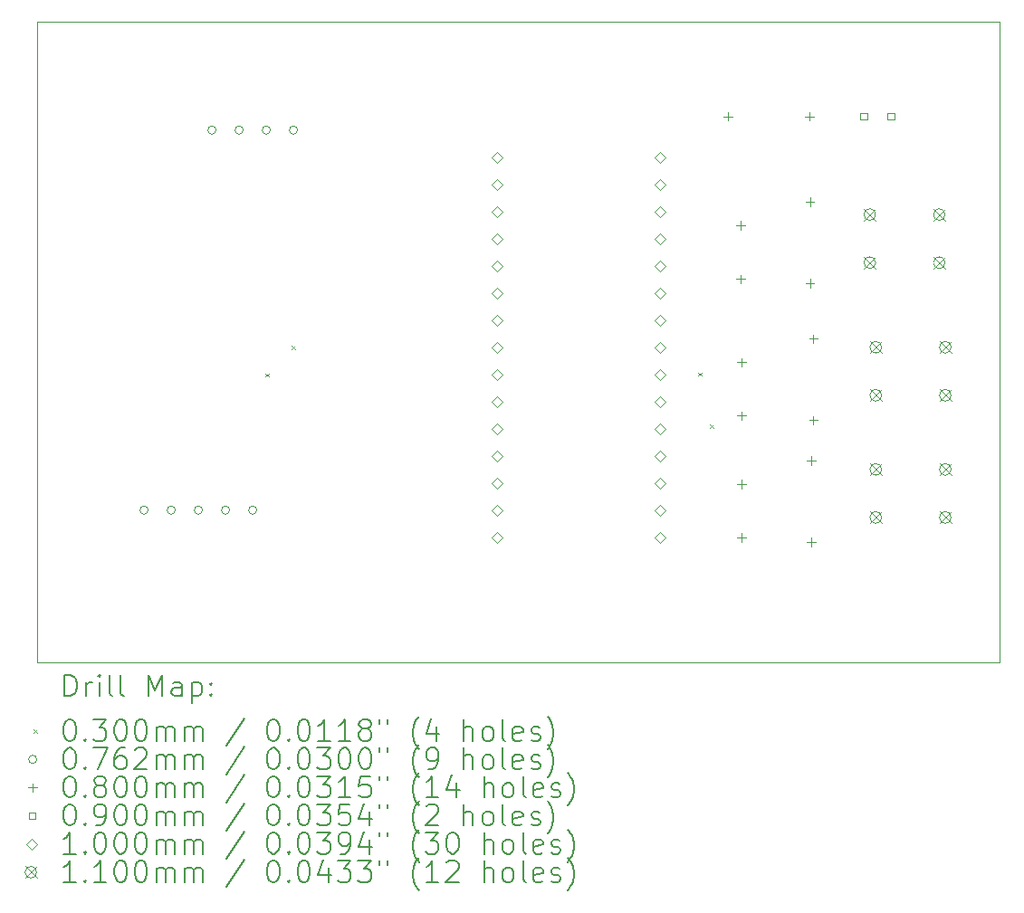
<source format=gbr>
%TF.GenerationSoftware,KiCad,Pcbnew,8.0.6*%
%TF.CreationDate,2025-01-20T10:33:41+07:00*%
%TF.ProjectId,test_1,74657374-5f31-42e6-9b69-6361645f7063,rev?*%
%TF.SameCoordinates,Original*%
%TF.FileFunction,Drillmap*%
%TF.FilePolarity,Positive*%
%FSLAX45Y45*%
G04 Gerber Fmt 4.5, Leading zero omitted, Abs format (unit mm)*
G04 Created by KiCad (PCBNEW 8.0.6) date 2025-01-20 10:33:41*
%MOMM*%
%LPD*%
G01*
G04 APERTURE LIST*
%ADD10C,0.038100*%
%ADD11C,0.200000*%
%ADD12C,0.100000*%
%ADD13C,0.110000*%
G04 APERTURE END LIST*
D10*
X7000000Y-8000000D02*
X7000000Y-14000000D01*
X7000000Y-14000000D02*
X16000000Y-14000000D01*
X16000000Y-14000000D02*
X16000000Y-8000000D01*
X16000000Y-8000000D02*
X7000000Y-8000000D01*
D11*
D12*
X9135000Y-11295000D02*
X9165000Y-11325000D01*
X9165000Y-11295000D02*
X9135000Y-11325000D01*
X9385000Y-11035000D02*
X9415000Y-11065000D01*
X9415000Y-11035000D02*
X9385000Y-11065000D01*
X13185000Y-11285000D02*
X13215000Y-11315000D01*
X13215000Y-11285000D02*
X13185000Y-11315000D01*
X13295000Y-11775000D02*
X13325000Y-11805000D01*
X13325000Y-11775000D02*
X13295000Y-11805000D01*
X8039100Y-12573000D02*
G75*
G02*
X7962900Y-12573000I-38100J0D01*
G01*
X7962900Y-12573000D02*
G75*
G02*
X8039100Y-12573000I38100J0D01*
G01*
X8293100Y-12573000D02*
G75*
G02*
X8216900Y-12573000I-38100J0D01*
G01*
X8216900Y-12573000D02*
G75*
G02*
X8293100Y-12573000I38100J0D01*
G01*
X8547100Y-12573000D02*
G75*
G02*
X8470900Y-12573000I-38100J0D01*
G01*
X8470900Y-12573000D02*
G75*
G02*
X8547100Y-12573000I38100J0D01*
G01*
X8674100Y-9017000D02*
G75*
G02*
X8597900Y-9017000I-38100J0D01*
G01*
X8597900Y-9017000D02*
G75*
G02*
X8674100Y-9017000I38100J0D01*
G01*
X8801100Y-12573000D02*
G75*
G02*
X8724900Y-12573000I-38100J0D01*
G01*
X8724900Y-12573000D02*
G75*
G02*
X8801100Y-12573000I38100J0D01*
G01*
X8928100Y-9017000D02*
G75*
G02*
X8851900Y-9017000I-38100J0D01*
G01*
X8851900Y-9017000D02*
G75*
G02*
X8928100Y-9017000I38100J0D01*
G01*
X9055100Y-12573000D02*
G75*
G02*
X8978900Y-12573000I-38100J0D01*
G01*
X8978900Y-12573000D02*
G75*
G02*
X9055100Y-12573000I38100J0D01*
G01*
X9182100Y-9017000D02*
G75*
G02*
X9105900Y-9017000I-38100J0D01*
G01*
X9105900Y-9017000D02*
G75*
G02*
X9182100Y-9017000I38100J0D01*
G01*
X9436100Y-9017000D02*
G75*
G02*
X9359900Y-9017000I-38100J0D01*
G01*
X9359900Y-9017000D02*
G75*
G02*
X9436100Y-9017000I38100J0D01*
G01*
X13462000Y-8850000D02*
X13462000Y-8930000D01*
X13422000Y-8890000D02*
X13502000Y-8890000D01*
X13580000Y-9870000D02*
X13580000Y-9950000D01*
X13540000Y-9910000D02*
X13620000Y-9910000D01*
X13580000Y-10370000D02*
X13580000Y-10450000D01*
X13540000Y-10410000D02*
X13620000Y-10410000D01*
X13589000Y-11150000D02*
X13589000Y-11230000D01*
X13549000Y-11190000D02*
X13629000Y-11190000D01*
X13589000Y-11650000D02*
X13589000Y-11730000D01*
X13549000Y-11690000D02*
X13629000Y-11690000D01*
X13589000Y-12290000D02*
X13589000Y-12370000D01*
X13549000Y-12330000D02*
X13629000Y-12330000D01*
X13589000Y-12790000D02*
X13589000Y-12870000D01*
X13549000Y-12830000D02*
X13629000Y-12830000D01*
X14224000Y-8850000D02*
X14224000Y-8930000D01*
X14184000Y-8890000D02*
X14264000Y-8890000D01*
X14230000Y-9649000D02*
X14230000Y-9729000D01*
X14190000Y-9689000D02*
X14270000Y-9689000D01*
X14230000Y-10411000D02*
X14230000Y-10491000D01*
X14190000Y-10451000D02*
X14270000Y-10451000D01*
X14240000Y-12070000D02*
X14240000Y-12150000D01*
X14200000Y-12110000D02*
X14280000Y-12110000D01*
X14240000Y-12832000D02*
X14240000Y-12912000D01*
X14200000Y-12872000D02*
X14280000Y-12872000D01*
X14260000Y-10930000D02*
X14260000Y-11010000D01*
X14220000Y-10970000D02*
X14300000Y-10970000D01*
X14260000Y-11692000D02*
X14260000Y-11772000D01*
X14220000Y-11732000D02*
X14300000Y-11732000D01*
X14763820Y-8921820D02*
X14763820Y-8858180D01*
X14700180Y-8858180D01*
X14700180Y-8921820D01*
X14763820Y-8921820D01*
X15017820Y-8921820D02*
X15017820Y-8858180D01*
X14954180Y-8858180D01*
X14954180Y-8921820D01*
X15017820Y-8921820D01*
X11303000Y-9321000D02*
X11353000Y-9271000D01*
X11303000Y-9221000D01*
X11253000Y-9271000D01*
X11303000Y-9321000D01*
X11303000Y-9575000D02*
X11353000Y-9525000D01*
X11303000Y-9475000D01*
X11253000Y-9525000D01*
X11303000Y-9575000D01*
X11303000Y-9829000D02*
X11353000Y-9779000D01*
X11303000Y-9729000D01*
X11253000Y-9779000D01*
X11303000Y-9829000D01*
X11303000Y-10083000D02*
X11353000Y-10033000D01*
X11303000Y-9983000D01*
X11253000Y-10033000D01*
X11303000Y-10083000D01*
X11303000Y-10337000D02*
X11353000Y-10287000D01*
X11303000Y-10237000D01*
X11253000Y-10287000D01*
X11303000Y-10337000D01*
X11303000Y-10591000D02*
X11353000Y-10541000D01*
X11303000Y-10491000D01*
X11253000Y-10541000D01*
X11303000Y-10591000D01*
X11303000Y-10845000D02*
X11353000Y-10795000D01*
X11303000Y-10745000D01*
X11253000Y-10795000D01*
X11303000Y-10845000D01*
X11303000Y-11099000D02*
X11353000Y-11049000D01*
X11303000Y-10999000D01*
X11253000Y-11049000D01*
X11303000Y-11099000D01*
X11303000Y-11353000D02*
X11353000Y-11303000D01*
X11303000Y-11253000D01*
X11253000Y-11303000D01*
X11303000Y-11353000D01*
X11303000Y-11607000D02*
X11353000Y-11557000D01*
X11303000Y-11507000D01*
X11253000Y-11557000D01*
X11303000Y-11607000D01*
X11303000Y-11861000D02*
X11353000Y-11811000D01*
X11303000Y-11761000D01*
X11253000Y-11811000D01*
X11303000Y-11861000D01*
X11303000Y-12115000D02*
X11353000Y-12065000D01*
X11303000Y-12015000D01*
X11253000Y-12065000D01*
X11303000Y-12115000D01*
X11303000Y-12369000D02*
X11353000Y-12319000D01*
X11303000Y-12269000D01*
X11253000Y-12319000D01*
X11303000Y-12369000D01*
X11303000Y-12623000D02*
X11353000Y-12573000D01*
X11303000Y-12523000D01*
X11253000Y-12573000D01*
X11303000Y-12623000D01*
X11303000Y-12877000D02*
X11353000Y-12827000D01*
X11303000Y-12777000D01*
X11253000Y-12827000D01*
X11303000Y-12877000D01*
X12827000Y-9321000D02*
X12877000Y-9271000D01*
X12827000Y-9221000D01*
X12777000Y-9271000D01*
X12827000Y-9321000D01*
X12827000Y-9575000D02*
X12877000Y-9525000D01*
X12827000Y-9475000D01*
X12777000Y-9525000D01*
X12827000Y-9575000D01*
X12827000Y-9829000D02*
X12877000Y-9779000D01*
X12827000Y-9729000D01*
X12777000Y-9779000D01*
X12827000Y-9829000D01*
X12827000Y-10083000D02*
X12877000Y-10033000D01*
X12827000Y-9983000D01*
X12777000Y-10033000D01*
X12827000Y-10083000D01*
X12827000Y-10337000D02*
X12877000Y-10287000D01*
X12827000Y-10237000D01*
X12777000Y-10287000D01*
X12827000Y-10337000D01*
X12827000Y-10591000D02*
X12877000Y-10541000D01*
X12827000Y-10491000D01*
X12777000Y-10541000D01*
X12827000Y-10591000D01*
X12827000Y-10845000D02*
X12877000Y-10795000D01*
X12827000Y-10745000D01*
X12777000Y-10795000D01*
X12827000Y-10845000D01*
X12827000Y-11099000D02*
X12877000Y-11049000D01*
X12827000Y-10999000D01*
X12777000Y-11049000D01*
X12827000Y-11099000D01*
X12827000Y-11353000D02*
X12877000Y-11303000D01*
X12827000Y-11253000D01*
X12777000Y-11303000D01*
X12827000Y-11353000D01*
X12827000Y-11607000D02*
X12877000Y-11557000D01*
X12827000Y-11507000D01*
X12777000Y-11557000D01*
X12827000Y-11607000D01*
X12827000Y-11861000D02*
X12877000Y-11811000D01*
X12827000Y-11761000D01*
X12777000Y-11811000D01*
X12827000Y-11861000D01*
X12827000Y-12115000D02*
X12877000Y-12065000D01*
X12827000Y-12015000D01*
X12777000Y-12065000D01*
X12827000Y-12115000D01*
X12827000Y-12369000D02*
X12877000Y-12319000D01*
X12827000Y-12269000D01*
X12777000Y-12319000D01*
X12827000Y-12369000D01*
X12827000Y-12623000D02*
X12877000Y-12573000D01*
X12827000Y-12523000D01*
X12777000Y-12573000D01*
X12827000Y-12623000D01*
X12827000Y-12877000D02*
X12877000Y-12827000D01*
X12827000Y-12777000D01*
X12777000Y-12827000D01*
X12827000Y-12877000D01*
D13*
X14733000Y-9753000D02*
X14843000Y-9863000D01*
X14843000Y-9753000D02*
X14733000Y-9863000D01*
X14843000Y-9808000D02*
G75*
G02*
X14733000Y-9808000I-55000J0D01*
G01*
X14733000Y-9808000D02*
G75*
G02*
X14843000Y-9808000I55000J0D01*
G01*
X14733000Y-10203000D02*
X14843000Y-10313000D01*
X14843000Y-10203000D02*
X14733000Y-10313000D01*
X14843000Y-10258000D02*
G75*
G02*
X14733000Y-10258000I-55000J0D01*
G01*
X14733000Y-10258000D02*
G75*
G02*
X14843000Y-10258000I55000J0D01*
G01*
X14789000Y-10994000D02*
X14899000Y-11104000D01*
X14899000Y-10994000D02*
X14789000Y-11104000D01*
X14899000Y-11049000D02*
G75*
G02*
X14789000Y-11049000I-55000J0D01*
G01*
X14789000Y-11049000D02*
G75*
G02*
X14899000Y-11049000I55000J0D01*
G01*
X14789000Y-11444000D02*
X14899000Y-11554000D01*
X14899000Y-11444000D02*
X14789000Y-11554000D01*
X14899000Y-11499000D02*
G75*
G02*
X14789000Y-11499000I-55000J0D01*
G01*
X14789000Y-11499000D02*
G75*
G02*
X14899000Y-11499000I55000J0D01*
G01*
X14789000Y-12137000D02*
X14899000Y-12247000D01*
X14899000Y-12137000D02*
X14789000Y-12247000D01*
X14899000Y-12192000D02*
G75*
G02*
X14789000Y-12192000I-55000J0D01*
G01*
X14789000Y-12192000D02*
G75*
G02*
X14899000Y-12192000I55000J0D01*
G01*
X14789000Y-12587000D02*
X14899000Y-12697000D01*
X14899000Y-12587000D02*
X14789000Y-12697000D01*
X14899000Y-12642000D02*
G75*
G02*
X14789000Y-12642000I-55000J0D01*
G01*
X14789000Y-12642000D02*
G75*
G02*
X14899000Y-12642000I55000J0D01*
G01*
X15383000Y-9753000D02*
X15493000Y-9863000D01*
X15493000Y-9753000D02*
X15383000Y-9863000D01*
X15493000Y-9808000D02*
G75*
G02*
X15383000Y-9808000I-55000J0D01*
G01*
X15383000Y-9808000D02*
G75*
G02*
X15493000Y-9808000I55000J0D01*
G01*
X15383000Y-10203000D02*
X15493000Y-10313000D01*
X15493000Y-10203000D02*
X15383000Y-10313000D01*
X15493000Y-10258000D02*
G75*
G02*
X15383000Y-10258000I-55000J0D01*
G01*
X15383000Y-10258000D02*
G75*
G02*
X15493000Y-10258000I55000J0D01*
G01*
X15439000Y-10994000D02*
X15549000Y-11104000D01*
X15549000Y-10994000D02*
X15439000Y-11104000D01*
X15549000Y-11049000D02*
G75*
G02*
X15439000Y-11049000I-55000J0D01*
G01*
X15439000Y-11049000D02*
G75*
G02*
X15549000Y-11049000I55000J0D01*
G01*
X15439000Y-11444000D02*
X15549000Y-11554000D01*
X15549000Y-11444000D02*
X15439000Y-11554000D01*
X15549000Y-11499000D02*
G75*
G02*
X15439000Y-11499000I-55000J0D01*
G01*
X15439000Y-11499000D02*
G75*
G02*
X15549000Y-11499000I55000J0D01*
G01*
X15439000Y-12137000D02*
X15549000Y-12247000D01*
X15549000Y-12137000D02*
X15439000Y-12247000D01*
X15549000Y-12192000D02*
G75*
G02*
X15439000Y-12192000I-55000J0D01*
G01*
X15439000Y-12192000D02*
G75*
G02*
X15549000Y-12192000I55000J0D01*
G01*
X15439000Y-12587000D02*
X15549000Y-12697000D01*
X15549000Y-12587000D02*
X15439000Y-12697000D01*
X15549000Y-12642000D02*
G75*
G02*
X15439000Y-12642000I-55000J0D01*
G01*
X15439000Y-12642000D02*
G75*
G02*
X15549000Y-12642000I55000J0D01*
G01*
D11*
X7258872Y-14313389D02*
X7258872Y-14113389D01*
X7258872Y-14113389D02*
X7306491Y-14113389D01*
X7306491Y-14113389D02*
X7335062Y-14122913D01*
X7335062Y-14122913D02*
X7354110Y-14141960D01*
X7354110Y-14141960D02*
X7363634Y-14161008D01*
X7363634Y-14161008D02*
X7373157Y-14199103D01*
X7373157Y-14199103D02*
X7373157Y-14227674D01*
X7373157Y-14227674D02*
X7363634Y-14265770D01*
X7363634Y-14265770D02*
X7354110Y-14284817D01*
X7354110Y-14284817D02*
X7335062Y-14303865D01*
X7335062Y-14303865D02*
X7306491Y-14313389D01*
X7306491Y-14313389D02*
X7258872Y-14313389D01*
X7458872Y-14313389D02*
X7458872Y-14180055D01*
X7458872Y-14218151D02*
X7468396Y-14199103D01*
X7468396Y-14199103D02*
X7477919Y-14189579D01*
X7477919Y-14189579D02*
X7496967Y-14180055D01*
X7496967Y-14180055D02*
X7516015Y-14180055D01*
X7582681Y-14313389D02*
X7582681Y-14180055D01*
X7582681Y-14113389D02*
X7573157Y-14122913D01*
X7573157Y-14122913D02*
X7582681Y-14132436D01*
X7582681Y-14132436D02*
X7592205Y-14122913D01*
X7592205Y-14122913D02*
X7582681Y-14113389D01*
X7582681Y-14113389D02*
X7582681Y-14132436D01*
X7706491Y-14313389D02*
X7687443Y-14303865D01*
X7687443Y-14303865D02*
X7677919Y-14284817D01*
X7677919Y-14284817D02*
X7677919Y-14113389D01*
X7811253Y-14313389D02*
X7792205Y-14303865D01*
X7792205Y-14303865D02*
X7782681Y-14284817D01*
X7782681Y-14284817D02*
X7782681Y-14113389D01*
X8039824Y-14313389D02*
X8039824Y-14113389D01*
X8039824Y-14113389D02*
X8106491Y-14256246D01*
X8106491Y-14256246D02*
X8173157Y-14113389D01*
X8173157Y-14113389D02*
X8173157Y-14313389D01*
X8354110Y-14313389D02*
X8354110Y-14208627D01*
X8354110Y-14208627D02*
X8344586Y-14189579D01*
X8344586Y-14189579D02*
X8325538Y-14180055D01*
X8325538Y-14180055D02*
X8287443Y-14180055D01*
X8287443Y-14180055D02*
X8268396Y-14189579D01*
X8354110Y-14303865D02*
X8335062Y-14313389D01*
X8335062Y-14313389D02*
X8287443Y-14313389D01*
X8287443Y-14313389D02*
X8268396Y-14303865D01*
X8268396Y-14303865D02*
X8258872Y-14284817D01*
X8258872Y-14284817D02*
X8258872Y-14265770D01*
X8258872Y-14265770D02*
X8268396Y-14246722D01*
X8268396Y-14246722D02*
X8287443Y-14237198D01*
X8287443Y-14237198D02*
X8335062Y-14237198D01*
X8335062Y-14237198D02*
X8354110Y-14227674D01*
X8449348Y-14180055D02*
X8449348Y-14380055D01*
X8449348Y-14189579D02*
X8468396Y-14180055D01*
X8468396Y-14180055D02*
X8506491Y-14180055D01*
X8506491Y-14180055D02*
X8525539Y-14189579D01*
X8525539Y-14189579D02*
X8535062Y-14199103D01*
X8535062Y-14199103D02*
X8544586Y-14218151D01*
X8544586Y-14218151D02*
X8544586Y-14275293D01*
X8544586Y-14275293D02*
X8535062Y-14294341D01*
X8535062Y-14294341D02*
X8525539Y-14303865D01*
X8525539Y-14303865D02*
X8506491Y-14313389D01*
X8506491Y-14313389D02*
X8468396Y-14313389D01*
X8468396Y-14313389D02*
X8449348Y-14303865D01*
X8630300Y-14294341D02*
X8639824Y-14303865D01*
X8639824Y-14303865D02*
X8630300Y-14313389D01*
X8630300Y-14313389D02*
X8620777Y-14303865D01*
X8620777Y-14303865D02*
X8630300Y-14294341D01*
X8630300Y-14294341D02*
X8630300Y-14313389D01*
X8630300Y-14189579D02*
X8639824Y-14199103D01*
X8639824Y-14199103D02*
X8630300Y-14208627D01*
X8630300Y-14208627D02*
X8620777Y-14199103D01*
X8620777Y-14199103D02*
X8630300Y-14189579D01*
X8630300Y-14189579D02*
X8630300Y-14208627D01*
D12*
X6968095Y-14626905D02*
X6998095Y-14656905D01*
X6998095Y-14626905D02*
X6968095Y-14656905D01*
D11*
X7296967Y-14533389D02*
X7316015Y-14533389D01*
X7316015Y-14533389D02*
X7335062Y-14542913D01*
X7335062Y-14542913D02*
X7344586Y-14552436D01*
X7344586Y-14552436D02*
X7354110Y-14571484D01*
X7354110Y-14571484D02*
X7363634Y-14609579D01*
X7363634Y-14609579D02*
X7363634Y-14657198D01*
X7363634Y-14657198D02*
X7354110Y-14695293D01*
X7354110Y-14695293D02*
X7344586Y-14714341D01*
X7344586Y-14714341D02*
X7335062Y-14723865D01*
X7335062Y-14723865D02*
X7316015Y-14733389D01*
X7316015Y-14733389D02*
X7296967Y-14733389D01*
X7296967Y-14733389D02*
X7277919Y-14723865D01*
X7277919Y-14723865D02*
X7268396Y-14714341D01*
X7268396Y-14714341D02*
X7258872Y-14695293D01*
X7258872Y-14695293D02*
X7249348Y-14657198D01*
X7249348Y-14657198D02*
X7249348Y-14609579D01*
X7249348Y-14609579D02*
X7258872Y-14571484D01*
X7258872Y-14571484D02*
X7268396Y-14552436D01*
X7268396Y-14552436D02*
X7277919Y-14542913D01*
X7277919Y-14542913D02*
X7296967Y-14533389D01*
X7449348Y-14714341D02*
X7458872Y-14723865D01*
X7458872Y-14723865D02*
X7449348Y-14733389D01*
X7449348Y-14733389D02*
X7439824Y-14723865D01*
X7439824Y-14723865D02*
X7449348Y-14714341D01*
X7449348Y-14714341D02*
X7449348Y-14733389D01*
X7525538Y-14533389D02*
X7649348Y-14533389D01*
X7649348Y-14533389D02*
X7582681Y-14609579D01*
X7582681Y-14609579D02*
X7611253Y-14609579D01*
X7611253Y-14609579D02*
X7630300Y-14619103D01*
X7630300Y-14619103D02*
X7639824Y-14628627D01*
X7639824Y-14628627D02*
X7649348Y-14647674D01*
X7649348Y-14647674D02*
X7649348Y-14695293D01*
X7649348Y-14695293D02*
X7639824Y-14714341D01*
X7639824Y-14714341D02*
X7630300Y-14723865D01*
X7630300Y-14723865D02*
X7611253Y-14733389D01*
X7611253Y-14733389D02*
X7554110Y-14733389D01*
X7554110Y-14733389D02*
X7535062Y-14723865D01*
X7535062Y-14723865D02*
X7525538Y-14714341D01*
X7773157Y-14533389D02*
X7792205Y-14533389D01*
X7792205Y-14533389D02*
X7811253Y-14542913D01*
X7811253Y-14542913D02*
X7820777Y-14552436D01*
X7820777Y-14552436D02*
X7830300Y-14571484D01*
X7830300Y-14571484D02*
X7839824Y-14609579D01*
X7839824Y-14609579D02*
X7839824Y-14657198D01*
X7839824Y-14657198D02*
X7830300Y-14695293D01*
X7830300Y-14695293D02*
X7820777Y-14714341D01*
X7820777Y-14714341D02*
X7811253Y-14723865D01*
X7811253Y-14723865D02*
X7792205Y-14733389D01*
X7792205Y-14733389D02*
X7773157Y-14733389D01*
X7773157Y-14733389D02*
X7754110Y-14723865D01*
X7754110Y-14723865D02*
X7744586Y-14714341D01*
X7744586Y-14714341D02*
X7735062Y-14695293D01*
X7735062Y-14695293D02*
X7725538Y-14657198D01*
X7725538Y-14657198D02*
X7725538Y-14609579D01*
X7725538Y-14609579D02*
X7735062Y-14571484D01*
X7735062Y-14571484D02*
X7744586Y-14552436D01*
X7744586Y-14552436D02*
X7754110Y-14542913D01*
X7754110Y-14542913D02*
X7773157Y-14533389D01*
X7963634Y-14533389D02*
X7982681Y-14533389D01*
X7982681Y-14533389D02*
X8001729Y-14542913D01*
X8001729Y-14542913D02*
X8011253Y-14552436D01*
X8011253Y-14552436D02*
X8020777Y-14571484D01*
X8020777Y-14571484D02*
X8030300Y-14609579D01*
X8030300Y-14609579D02*
X8030300Y-14657198D01*
X8030300Y-14657198D02*
X8020777Y-14695293D01*
X8020777Y-14695293D02*
X8011253Y-14714341D01*
X8011253Y-14714341D02*
X8001729Y-14723865D01*
X8001729Y-14723865D02*
X7982681Y-14733389D01*
X7982681Y-14733389D02*
X7963634Y-14733389D01*
X7963634Y-14733389D02*
X7944586Y-14723865D01*
X7944586Y-14723865D02*
X7935062Y-14714341D01*
X7935062Y-14714341D02*
X7925538Y-14695293D01*
X7925538Y-14695293D02*
X7916015Y-14657198D01*
X7916015Y-14657198D02*
X7916015Y-14609579D01*
X7916015Y-14609579D02*
X7925538Y-14571484D01*
X7925538Y-14571484D02*
X7935062Y-14552436D01*
X7935062Y-14552436D02*
X7944586Y-14542913D01*
X7944586Y-14542913D02*
X7963634Y-14533389D01*
X8116015Y-14733389D02*
X8116015Y-14600055D01*
X8116015Y-14619103D02*
X8125538Y-14609579D01*
X8125538Y-14609579D02*
X8144586Y-14600055D01*
X8144586Y-14600055D02*
X8173158Y-14600055D01*
X8173158Y-14600055D02*
X8192205Y-14609579D01*
X8192205Y-14609579D02*
X8201729Y-14628627D01*
X8201729Y-14628627D02*
X8201729Y-14733389D01*
X8201729Y-14628627D02*
X8211253Y-14609579D01*
X8211253Y-14609579D02*
X8230300Y-14600055D01*
X8230300Y-14600055D02*
X8258872Y-14600055D01*
X8258872Y-14600055D02*
X8277919Y-14609579D01*
X8277919Y-14609579D02*
X8287443Y-14628627D01*
X8287443Y-14628627D02*
X8287443Y-14733389D01*
X8382681Y-14733389D02*
X8382681Y-14600055D01*
X8382681Y-14619103D02*
X8392205Y-14609579D01*
X8392205Y-14609579D02*
X8411253Y-14600055D01*
X8411253Y-14600055D02*
X8439824Y-14600055D01*
X8439824Y-14600055D02*
X8458872Y-14609579D01*
X8458872Y-14609579D02*
X8468396Y-14628627D01*
X8468396Y-14628627D02*
X8468396Y-14733389D01*
X8468396Y-14628627D02*
X8477920Y-14609579D01*
X8477920Y-14609579D02*
X8496967Y-14600055D01*
X8496967Y-14600055D02*
X8525539Y-14600055D01*
X8525539Y-14600055D02*
X8544586Y-14609579D01*
X8544586Y-14609579D02*
X8554110Y-14628627D01*
X8554110Y-14628627D02*
X8554110Y-14733389D01*
X8944586Y-14523865D02*
X8773158Y-14781008D01*
X9201729Y-14533389D02*
X9220777Y-14533389D01*
X9220777Y-14533389D02*
X9239824Y-14542913D01*
X9239824Y-14542913D02*
X9249348Y-14552436D01*
X9249348Y-14552436D02*
X9258872Y-14571484D01*
X9258872Y-14571484D02*
X9268396Y-14609579D01*
X9268396Y-14609579D02*
X9268396Y-14657198D01*
X9268396Y-14657198D02*
X9258872Y-14695293D01*
X9258872Y-14695293D02*
X9249348Y-14714341D01*
X9249348Y-14714341D02*
X9239824Y-14723865D01*
X9239824Y-14723865D02*
X9220777Y-14733389D01*
X9220777Y-14733389D02*
X9201729Y-14733389D01*
X9201729Y-14733389D02*
X9182682Y-14723865D01*
X9182682Y-14723865D02*
X9173158Y-14714341D01*
X9173158Y-14714341D02*
X9163634Y-14695293D01*
X9163634Y-14695293D02*
X9154110Y-14657198D01*
X9154110Y-14657198D02*
X9154110Y-14609579D01*
X9154110Y-14609579D02*
X9163634Y-14571484D01*
X9163634Y-14571484D02*
X9173158Y-14552436D01*
X9173158Y-14552436D02*
X9182682Y-14542913D01*
X9182682Y-14542913D02*
X9201729Y-14533389D01*
X9354110Y-14714341D02*
X9363634Y-14723865D01*
X9363634Y-14723865D02*
X9354110Y-14733389D01*
X9354110Y-14733389D02*
X9344586Y-14723865D01*
X9344586Y-14723865D02*
X9354110Y-14714341D01*
X9354110Y-14714341D02*
X9354110Y-14733389D01*
X9487443Y-14533389D02*
X9506491Y-14533389D01*
X9506491Y-14533389D02*
X9525539Y-14542913D01*
X9525539Y-14542913D02*
X9535063Y-14552436D01*
X9535063Y-14552436D02*
X9544586Y-14571484D01*
X9544586Y-14571484D02*
X9554110Y-14609579D01*
X9554110Y-14609579D02*
X9554110Y-14657198D01*
X9554110Y-14657198D02*
X9544586Y-14695293D01*
X9544586Y-14695293D02*
X9535063Y-14714341D01*
X9535063Y-14714341D02*
X9525539Y-14723865D01*
X9525539Y-14723865D02*
X9506491Y-14733389D01*
X9506491Y-14733389D02*
X9487443Y-14733389D01*
X9487443Y-14733389D02*
X9468396Y-14723865D01*
X9468396Y-14723865D02*
X9458872Y-14714341D01*
X9458872Y-14714341D02*
X9449348Y-14695293D01*
X9449348Y-14695293D02*
X9439824Y-14657198D01*
X9439824Y-14657198D02*
X9439824Y-14609579D01*
X9439824Y-14609579D02*
X9449348Y-14571484D01*
X9449348Y-14571484D02*
X9458872Y-14552436D01*
X9458872Y-14552436D02*
X9468396Y-14542913D01*
X9468396Y-14542913D02*
X9487443Y-14533389D01*
X9744586Y-14733389D02*
X9630301Y-14733389D01*
X9687443Y-14733389D02*
X9687443Y-14533389D01*
X9687443Y-14533389D02*
X9668396Y-14561960D01*
X9668396Y-14561960D02*
X9649348Y-14581008D01*
X9649348Y-14581008D02*
X9630301Y-14590532D01*
X9935063Y-14733389D02*
X9820777Y-14733389D01*
X9877920Y-14733389D02*
X9877920Y-14533389D01*
X9877920Y-14533389D02*
X9858872Y-14561960D01*
X9858872Y-14561960D02*
X9839824Y-14581008D01*
X9839824Y-14581008D02*
X9820777Y-14590532D01*
X10049348Y-14619103D02*
X10030301Y-14609579D01*
X10030301Y-14609579D02*
X10020777Y-14600055D01*
X10020777Y-14600055D02*
X10011253Y-14581008D01*
X10011253Y-14581008D02*
X10011253Y-14571484D01*
X10011253Y-14571484D02*
X10020777Y-14552436D01*
X10020777Y-14552436D02*
X10030301Y-14542913D01*
X10030301Y-14542913D02*
X10049348Y-14533389D01*
X10049348Y-14533389D02*
X10087444Y-14533389D01*
X10087444Y-14533389D02*
X10106491Y-14542913D01*
X10106491Y-14542913D02*
X10116015Y-14552436D01*
X10116015Y-14552436D02*
X10125539Y-14571484D01*
X10125539Y-14571484D02*
X10125539Y-14581008D01*
X10125539Y-14581008D02*
X10116015Y-14600055D01*
X10116015Y-14600055D02*
X10106491Y-14609579D01*
X10106491Y-14609579D02*
X10087444Y-14619103D01*
X10087444Y-14619103D02*
X10049348Y-14619103D01*
X10049348Y-14619103D02*
X10030301Y-14628627D01*
X10030301Y-14628627D02*
X10020777Y-14638151D01*
X10020777Y-14638151D02*
X10011253Y-14657198D01*
X10011253Y-14657198D02*
X10011253Y-14695293D01*
X10011253Y-14695293D02*
X10020777Y-14714341D01*
X10020777Y-14714341D02*
X10030301Y-14723865D01*
X10030301Y-14723865D02*
X10049348Y-14733389D01*
X10049348Y-14733389D02*
X10087444Y-14733389D01*
X10087444Y-14733389D02*
X10106491Y-14723865D01*
X10106491Y-14723865D02*
X10116015Y-14714341D01*
X10116015Y-14714341D02*
X10125539Y-14695293D01*
X10125539Y-14695293D02*
X10125539Y-14657198D01*
X10125539Y-14657198D02*
X10116015Y-14638151D01*
X10116015Y-14638151D02*
X10106491Y-14628627D01*
X10106491Y-14628627D02*
X10087444Y-14619103D01*
X10201729Y-14533389D02*
X10201729Y-14571484D01*
X10277920Y-14533389D02*
X10277920Y-14571484D01*
X10573158Y-14809579D02*
X10563634Y-14800055D01*
X10563634Y-14800055D02*
X10544586Y-14771484D01*
X10544586Y-14771484D02*
X10535063Y-14752436D01*
X10535063Y-14752436D02*
X10525539Y-14723865D01*
X10525539Y-14723865D02*
X10516015Y-14676246D01*
X10516015Y-14676246D02*
X10516015Y-14638151D01*
X10516015Y-14638151D02*
X10525539Y-14590532D01*
X10525539Y-14590532D02*
X10535063Y-14561960D01*
X10535063Y-14561960D02*
X10544586Y-14542913D01*
X10544586Y-14542913D02*
X10563634Y-14514341D01*
X10563634Y-14514341D02*
X10573158Y-14504817D01*
X10735063Y-14600055D02*
X10735063Y-14733389D01*
X10687444Y-14523865D02*
X10639825Y-14666722D01*
X10639825Y-14666722D02*
X10763634Y-14666722D01*
X10992206Y-14733389D02*
X10992206Y-14533389D01*
X11077920Y-14733389D02*
X11077920Y-14628627D01*
X11077920Y-14628627D02*
X11068396Y-14609579D01*
X11068396Y-14609579D02*
X11049348Y-14600055D01*
X11049348Y-14600055D02*
X11020777Y-14600055D01*
X11020777Y-14600055D02*
X11001729Y-14609579D01*
X11001729Y-14609579D02*
X10992206Y-14619103D01*
X11201729Y-14733389D02*
X11182682Y-14723865D01*
X11182682Y-14723865D02*
X11173158Y-14714341D01*
X11173158Y-14714341D02*
X11163634Y-14695293D01*
X11163634Y-14695293D02*
X11163634Y-14638151D01*
X11163634Y-14638151D02*
X11173158Y-14619103D01*
X11173158Y-14619103D02*
X11182682Y-14609579D01*
X11182682Y-14609579D02*
X11201729Y-14600055D01*
X11201729Y-14600055D02*
X11230301Y-14600055D01*
X11230301Y-14600055D02*
X11249348Y-14609579D01*
X11249348Y-14609579D02*
X11258872Y-14619103D01*
X11258872Y-14619103D02*
X11268396Y-14638151D01*
X11268396Y-14638151D02*
X11268396Y-14695293D01*
X11268396Y-14695293D02*
X11258872Y-14714341D01*
X11258872Y-14714341D02*
X11249348Y-14723865D01*
X11249348Y-14723865D02*
X11230301Y-14733389D01*
X11230301Y-14733389D02*
X11201729Y-14733389D01*
X11382682Y-14733389D02*
X11363634Y-14723865D01*
X11363634Y-14723865D02*
X11354110Y-14704817D01*
X11354110Y-14704817D02*
X11354110Y-14533389D01*
X11535063Y-14723865D02*
X11516015Y-14733389D01*
X11516015Y-14733389D02*
X11477920Y-14733389D01*
X11477920Y-14733389D02*
X11458872Y-14723865D01*
X11458872Y-14723865D02*
X11449348Y-14704817D01*
X11449348Y-14704817D02*
X11449348Y-14628627D01*
X11449348Y-14628627D02*
X11458872Y-14609579D01*
X11458872Y-14609579D02*
X11477920Y-14600055D01*
X11477920Y-14600055D02*
X11516015Y-14600055D01*
X11516015Y-14600055D02*
X11535063Y-14609579D01*
X11535063Y-14609579D02*
X11544586Y-14628627D01*
X11544586Y-14628627D02*
X11544586Y-14647674D01*
X11544586Y-14647674D02*
X11449348Y-14666722D01*
X11620777Y-14723865D02*
X11639825Y-14733389D01*
X11639825Y-14733389D02*
X11677920Y-14733389D01*
X11677920Y-14733389D02*
X11696967Y-14723865D01*
X11696967Y-14723865D02*
X11706491Y-14704817D01*
X11706491Y-14704817D02*
X11706491Y-14695293D01*
X11706491Y-14695293D02*
X11696967Y-14676246D01*
X11696967Y-14676246D02*
X11677920Y-14666722D01*
X11677920Y-14666722D02*
X11649348Y-14666722D01*
X11649348Y-14666722D02*
X11630301Y-14657198D01*
X11630301Y-14657198D02*
X11620777Y-14638151D01*
X11620777Y-14638151D02*
X11620777Y-14628627D01*
X11620777Y-14628627D02*
X11630301Y-14609579D01*
X11630301Y-14609579D02*
X11649348Y-14600055D01*
X11649348Y-14600055D02*
X11677920Y-14600055D01*
X11677920Y-14600055D02*
X11696967Y-14609579D01*
X11773158Y-14809579D02*
X11782682Y-14800055D01*
X11782682Y-14800055D02*
X11801729Y-14771484D01*
X11801729Y-14771484D02*
X11811253Y-14752436D01*
X11811253Y-14752436D02*
X11820777Y-14723865D01*
X11820777Y-14723865D02*
X11830301Y-14676246D01*
X11830301Y-14676246D02*
X11830301Y-14638151D01*
X11830301Y-14638151D02*
X11820777Y-14590532D01*
X11820777Y-14590532D02*
X11811253Y-14561960D01*
X11811253Y-14561960D02*
X11801729Y-14542913D01*
X11801729Y-14542913D02*
X11782682Y-14514341D01*
X11782682Y-14514341D02*
X11773158Y-14504817D01*
D12*
X6998095Y-14905905D02*
G75*
G02*
X6921895Y-14905905I-38100J0D01*
G01*
X6921895Y-14905905D02*
G75*
G02*
X6998095Y-14905905I38100J0D01*
G01*
D11*
X7296967Y-14797389D02*
X7316015Y-14797389D01*
X7316015Y-14797389D02*
X7335062Y-14806913D01*
X7335062Y-14806913D02*
X7344586Y-14816436D01*
X7344586Y-14816436D02*
X7354110Y-14835484D01*
X7354110Y-14835484D02*
X7363634Y-14873579D01*
X7363634Y-14873579D02*
X7363634Y-14921198D01*
X7363634Y-14921198D02*
X7354110Y-14959293D01*
X7354110Y-14959293D02*
X7344586Y-14978341D01*
X7344586Y-14978341D02*
X7335062Y-14987865D01*
X7335062Y-14987865D02*
X7316015Y-14997389D01*
X7316015Y-14997389D02*
X7296967Y-14997389D01*
X7296967Y-14997389D02*
X7277919Y-14987865D01*
X7277919Y-14987865D02*
X7268396Y-14978341D01*
X7268396Y-14978341D02*
X7258872Y-14959293D01*
X7258872Y-14959293D02*
X7249348Y-14921198D01*
X7249348Y-14921198D02*
X7249348Y-14873579D01*
X7249348Y-14873579D02*
X7258872Y-14835484D01*
X7258872Y-14835484D02*
X7268396Y-14816436D01*
X7268396Y-14816436D02*
X7277919Y-14806913D01*
X7277919Y-14806913D02*
X7296967Y-14797389D01*
X7449348Y-14978341D02*
X7458872Y-14987865D01*
X7458872Y-14987865D02*
X7449348Y-14997389D01*
X7449348Y-14997389D02*
X7439824Y-14987865D01*
X7439824Y-14987865D02*
X7449348Y-14978341D01*
X7449348Y-14978341D02*
X7449348Y-14997389D01*
X7525538Y-14797389D02*
X7658872Y-14797389D01*
X7658872Y-14797389D02*
X7573157Y-14997389D01*
X7820777Y-14797389D02*
X7782681Y-14797389D01*
X7782681Y-14797389D02*
X7763634Y-14806913D01*
X7763634Y-14806913D02*
X7754110Y-14816436D01*
X7754110Y-14816436D02*
X7735062Y-14845008D01*
X7735062Y-14845008D02*
X7725538Y-14883103D01*
X7725538Y-14883103D02*
X7725538Y-14959293D01*
X7725538Y-14959293D02*
X7735062Y-14978341D01*
X7735062Y-14978341D02*
X7744586Y-14987865D01*
X7744586Y-14987865D02*
X7763634Y-14997389D01*
X7763634Y-14997389D02*
X7801729Y-14997389D01*
X7801729Y-14997389D02*
X7820777Y-14987865D01*
X7820777Y-14987865D02*
X7830300Y-14978341D01*
X7830300Y-14978341D02*
X7839824Y-14959293D01*
X7839824Y-14959293D02*
X7839824Y-14911674D01*
X7839824Y-14911674D02*
X7830300Y-14892627D01*
X7830300Y-14892627D02*
X7820777Y-14883103D01*
X7820777Y-14883103D02*
X7801729Y-14873579D01*
X7801729Y-14873579D02*
X7763634Y-14873579D01*
X7763634Y-14873579D02*
X7744586Y-14883103D01*
X7744586Y-14883103D02*
X7735062Y-14892627D01*
X7735062Y-14892627D02*
X7725538Y-14911674D01*
X7916015Y-14816436D02*
X7925538Y-14806913D01*
X7925538Y-14806913D02*
X7944586Y-14797389D01*
X7944586Y-14797389D02*
X7992205Y-14797389D01*
X7992205Y-14797389D02*
X8011253Y-14806913D01*
X8011253Y-14806913D02*
X8020777Y-14816436D01*
X8020777Y-14816436D02*
X8030300Y-14835484D01*
X8030300Y-14835484D02*
X8030300Y-14854532D01*
X8030300Y-14854532D02*
X8020777Y-14883103D01*
X8020777Y-14883103D02*
X7906491Y-14997389D01*
X7906491Y-14997389D02*
X8030300Y-14997389D01*
X8116015Y-14997389D02*
X8116015Y-14864055D01*
X8116015Y-14883103D02*
X8125538Y-14873579D01*
X8125538Y-14873579D02*
X8144586Y-14864055D01*
X8144586Y-14864055D02*
X8173158Y-14864055D01*
X8173158Y-14864055D02*
X8192205Y-14873579D01*
X8192205Y-14873579D02*
X8201729Y-14892627D01*
X8201729Y-14892627D02*
X8201729Y-14997389D01*
X8201729Y-14892627D02*
X8211253Y-14873579D01*
X8211253Y-14873579D02*
X8230300Y-14864055D01*
X8230300Y-14864055D02*
X8258872Y-14864055D01*
X8258872Y-14864055D02*
X8277919Y-14873579D01*
X8277919Y-14873579D02*
X8287443Y-14892627D01*
X8287443Y-14892627D02*
X8287443Y-14997389D01*
X8382681Y-14997389D02*
X8382681Y-14864055D01*
X8382681Y-14883103D02*
X8392205Y-14873579D01*
X8392205Y-14873579D02*
X8411253Y-14864055D01*
X8411253Y-14864055D02*
X8439824Y-14864055D01*
X8439824Y-14864055D02*
X8458872Y-14873579D01*
X8458872Y-14873579D02*
X8468396Y-14892627D01*
X8468396Y-14892627D02*
X8468396Y-14997389D01*
X8468396Y-14892627D02*
X8477920Y-14873579D01*
X8477920Y-14873579D02*
X8496967Y-14864055D01*
X8496967Y-14864055D02*
X8525539Y-14864055D01*
X8525539Y-14864055D02*
X8544586Y-14873579D01*
X8544586Y-14873579D02*
X8554110Y-14892627D01*
X8554110Y-14892627D02*
X8554110Y-14997389D01*
X8944586Y-14787865D02*
X8773158Y-15045008D01*
X9201729Y-14797389D02*
X9220777Y-14797389D01*
X9220777Y-14797389D02*
X9239824Y-14806913D01*
X9239824Y-14806913D02*
X9249348Y-14816436D01*
X9249348Y-14816436D02*
X9258872Y-14835484D01*
X9258872Y-14835484D02*
X9268396Y-14873579D01*
X9268396Y-14873579D02*
X9268396Y-14921198D01*
X9268396Y-14921198D02*
X9258872Y-14959293D01*
X9258872Y-14959293D02*
X9249348Y-14978341D01*
X9249348Y-14978341D02*
X9239824Y-14987865D01*
X9239824Y-14987865D02*
X9220777Y-14997389D01*
X9220777Y-14997389D02*
X9201729Y-14997389D01*
X9201729Y-14997389D02*
X9182682Y-14987865D01*
X9182682Y-14987865D02*
X9173158Y-14978341D01*
X9173158Y-14978341D02*
X9163634Y-14959293D01*
X9163634Y-14959293D02*
X9154110Y-14921198D01*
X9154110Y-14921198D02*
X9154110Y-14873579D01*
X9154110Y-14873579D02*
X9163634Y-14835484D01*
X9163634Y-14835484D02*
X9173158Y-14816436D01*
X9173158Y-14816436D02*
X9182682Y-14806913D01*
X9182682Y-14806913D02*
X9201729Y-14797389D01*
X9354110Y-14978341D02*
X9363634Y-14987865D01*
X9363634Y-14987865D02*
X9354110Y-14997389D01*
X9354110Y-14997389D02*
X9344586Y-14987865D01*
X9344586Y-14987865D02*
X9354110Y-14978341D01*
X9354110Y-14978341D02*
X9354110Y-14997389D01*
X9487443Y-14797389D02*
X9506491Y-14797389D01*
X9506491Y-14797389D02*
X9525539Y-14806913D01*
X9525539Y-14806913D02*
X9535063Y-14816436D01*
X9535063Y-14816436D02*
X9544586Y-14835484D01*
X9544586Y-14835484D02*
X9554110Y-14873579D01*
X9554110Y-14873579D02*
X9554110Y-14921198D01*
X9554110Y-14921198D02*
X9544586Y-14959293D01*
X9544586Y-14959293D02*
X9535063Y-14978341D01*
X9535063Y-14978341D02*
X9525539Y-14987865D01*
X9525539Y-14987865D02*
X9506491Y-14997389D01*
X9506491Y-14997389D02*
X9487443Y-14997389D01*
X9487443Y-14997389D02*
X9468396Y-14987865D01*
X9468396Y-14987865D02*
X9458872Y-14978341D01*
X9458872Y-14978341D02*
X9449348Y-14959293D01*
X9449348Y-14959293D02*
X9439824Y-14921198D01*
X9439824Y-14921198D02*
X9439824Y-14873579D01*
X9439824Y-14873579D02*
X9449348Y-14835484D01*
X9449348Y-14835484D02*
X9458872Y-14816436D01*
X9458872Y-14816436D02*
X9468396Y-14806913D01*
X9468396Y-14806913D02*
X9487443Y-14797389D01*
X9620777Y-14797389D02*
X9744586Y-14797389D01*
X9744586Y-14797389D02*
X9677920Y-14873579D01*
X9677920Y-14873579D02*
X9706491Y-14873579D01*
X9706491Y-14873579D02*
X9725539Y-14883103D01*
X9725539Y-14883103D02*
X9735063Y-14892627D01*
X9735063Y-14892627D02*
X9744586Y-14911674D01*
X9744586Y-14911674D02*
X9744586Y-14959293D01*
X9744586Y-14959293D02*
X9735063Y-14978341D01*
X9735063Y-14978341D02*
X9725539Y-14987865D01*
X9725539Y-14987865D02*
X9706491Y-14997389D01*
X9706491Y-14997389D02*
X9649348Y-14997389D01*
X9649348Y-14997389D02*
X9630301Y-14987865D01*
X9630301Y-14987865D02*
X9620777Y-14978341D01*
X9868396Y-14797389D02*
X9887444Y-14797389D01*
X9887444Y-14797389D02*
X9906491Y-14806913D01*
X9906491Y-14806913D02*
X9916015Y-14816436D01*
X9916015Y-14816436D02*
X9925539Y-14835484D01*
X9925539Y-14835484D02*
X9935063Y-14873579D01*
X9935063Y-14873579D02*
X9935063Y-14921198D01*
X9935063Y-14921198D02*
X9925539Y-14959293D01*
X9925539Y-14959293D02*
X9916015Y-14978341D01*
X9916015Y-14978341D02*
X9906491Y-14987865D01*
X9906491Y-14987865D02*
X9887444Y-14997389D01*
X9887444Y-14997389D02*
X9868396Y-14997389D01*
X9868396Y-14997389D02*
X9849348Y-14987865D01*
X9849348Y-14987865D02*
X9839824Y-14978341D01*
X9839824Y-14978341D02*
X9830301Y-14959293D01*
X9830301Y-14959293D02*
X9820777Y-14921198D01*
X9820777Y-14921198D02*
X9820777Y-14873579D01*
X9820777Y-14873579D02*
X9830301Y-14835484D01*
X9830301Y-14835484D02*
X9839824Y-14816436D01*
X9839824Y-14816436D02*
X9849348Y-14806913D01*
X9849348Y-14806913D02*
X9868396Y-14797389D01*
X10058872Y-14797389D02*
X10077920Y-14797389D01*
X10077920Y-14797389D02*
X10096967Y-14806913D01*
X10096967Y-14806913D02*
X10106491Y-14816436D01*
X10106491Y-14816436D02*
X10116015Y-14835484D01*
X10116015Y-14835484D02*
X10125539Y-14873579D01*
X10125539Y-14873579D02*
X10125539Y-14921198D01*
X10125539Y-14921198D02*
X10116015Y-14959293D01*
X10116015Y-14959293D02*
X10106491Y-14978341D01*
X10106491Y-14978341D02*
X10096967Y-14987865D01*
X10096967Y-14987865D02*
X10077920Y-14997389D01*
X10077920Y-14997389D02*
X10058872Y-14997389D01*
X10058872Y-14997389D02*
X10039824Y-14987865D01*
X10039824Y-14987865D02*
X10030301Y-14978341D01*
X10030301Y-14978341D02*
X10020777Y-14959293D01*
X10020777Y-14959293D02*
X10011253Y-14921198D01*
X10011253Y-14921198D02*
X10011253Y-14873579D01*
X10011253Y-14873579D02*
X10020777Y-14835484D01*
X10020777Y-14835484D02*
X10030301Y-14816436D01*
X10030301Y-14816436D02*
X10039824Y-14806913D01*
X10039824Y-14806913D02*
X10058872Y-14797389D01*
X10201729Y-14797389D02*
X10201729Y-14835484D01*
X10277920Y-14797389D02*
X10277920Y-14835484D01*
X10573158Y-15073579D02*
X10563634Y-15064055D01*
X10563634Y-15064055D02*
X10544586Y-15035484D01*
X10544586Y-15035484D02*
X10535063Y-15016436D01*
X10535063Y-15016436D02*
X10525539Y-14987865D01*
X10525539Y-14987865D02*
X10516015Y-14940246D01*
X10516015Y-14940246D02*
X10516015Y-14902151D01*
X10516015Y-14902151D02*
X10525539Y-14854532D01*
X10525539Y-14854532D02*
X10535063Y-14825960D01*
X10535063Y-14825960D02*
X10544586Y-14806913D01*
X10544586Y-14806913D02*
X10563634Y-14778341D01*
X10563634Y-14778341D02*
X10573158Y-14768817D01*
X10658872Y-14997389D02*
X10696967Y-14997389D01*
X10696967Y-14997389D02*
X10716015Y-14987865D01*
X10716015Y-14987865D02*
X10725539Y-14978341D01*
X10725539Y-14978341D02*
X10744586Y-14949770D01*
X10744586Y-14949770D02*
X10754110Y-14911674D01*
X10754110Y-14911674D02*
X10754110Y-14835484D01*
X10754110Y-14835484D02*
X10744586Y-14816436D01*
X10744586Y-14816436D02*
X10735063Y-14806913D01*
X10735063Y-14806913D02*
X10716015Y-14797389D01*
X10716015Y-14797389D02*
X10677920Y-14797389D01*
X10677920Y-14797389D02*
X10658872Y-14806913D01*
X10658872Y-14806913D02*
X10649348Y-14816436D01*
X10649348Y-14816436D02*
X10639825Y-14835484D01*
X10639825Y-14835484D02*
X10639825Y-14883103D01*
X10639825Y-14883103D02*
X10649348Y-14902151D01*
X10649348Y-14902151D02*
X10658872Y-14911674D01*
X10658872Y-14911674D02*
X10677920Y-14921198D01*
X10677920Y-14921198D02*
X10716015Y-14921198D01*
X10716015Y-14921198D02*
X10735063Y-14911674D01*
X10735063Y-14911674D02*
X10744586Y-14902151D01*
X10744586Y-14902151D02*
X10754110Y-14883103D01*
X10992206Y-14997389D02*
X10992206Y-14797389D01*
X11077920Y-14997389D02*
X11077920Y-14892627D01*
X11077920Y-14892627D02*
X11068396Y-14873579D01*
X11068396Y-14873579D02*
X11049348Y-14864055D01*
X11049348Y-14864055D02*
X11020777Y-14864055D01*
X11020777Y-14864055D02*
X11001729Y-14873579D01*
X11001729Y-14873579D02*
X10992206Y-14883103D01*
X11201729Y-14997389D02*
X11182682Y-14987865D01*
X11182682Y-14987865D02*
X11173158Y-14978341D01*
X11173158Y-14978341D02*
X11163634Y-14959293D01*
X11163634Y-14959293D02*
X11163634Y-14902151D01*
X11163634Y-14902151D02*
X11173158Y-14883103D01*
X11173158Y-14883103D02*
X11182682Y-14873579D01*
X11182682Y-14873579D02*
X11201729Y-14864055D01*
X11201729Y-14864055D02*
X11230301Y-14864055D01*
X11230301Y-14864055D02*
X11249348Y-14873579D01*
X11249348Y-14873579D02*
X11258872Y-14883103D01*
X11258872Y-14883103D02*
X11268396Y-14902151D01*
X11268396Y-14902151D02*
X11268396Y-14959293D01*
X11268396Y-14959293D02*
X11258872Y-14978341D01*
X11258872Y-14978341D02*
X11249348Y-14987865D01*
X11249348Y-14987865D02*
X11230301Y-14997389D01*
X11230301Y-14997389D02*
X11201729Y-14997389D01*
X11382682Y-14997389D02*
X11363634Y-14987865D01*
X11363634Y-14987865D02*
X11354110Y-14968817D01*
X11354110Y-14968817D02*
X11354110Y-14797389D01*
X11535063Y-14987865D02*
X11516015Y-14997389D01*
X11516015Y-14997389D02*
X11477920Y-14997389D01*
X11477920Y-14997389D02*
X11458872Y-14987865D01*
X11458872Y-14987865D02*
X11449348Y-14968817D01*
X11449348Y-14968817D02*
X11449348Y-14892627D01*
X11449348Y-14892627D02*
X11458872Y-14873579D01*
X11458872Y-14873579D02*
X11477920Y-14864055D01*
X11477920Y-14864055D02*
X11516015Y-14864055D01*
X11516015Y-14864055D02*
X11535063Y-14873579D01*
X11535063Y-14873579D02*
X11544586Y-14892627D01*
X11544586Y-14892627D02*
X11544586Y-14911674D01*
X11544586Y-14911674D02*
X11449348Y-14930722D01*
X11620777Y-14987865D02*
X11639825Y-14997389D01*
X11639825Y-14997389D02*
X11677920Y-14997389D01*
X11677920Y-14997389D02*
X11696967Y-14987865D01*
X11696967Y-14987865D02*
X11706491Y-14968817D01*
X11706491Y-14968817D02*
X11706491Y-14959293D01*
X11706491Y-14959293D02*
X11696967Y-14940246D01*
X11696967Y-14940246D02*
X11677920Y-14930722D01*
X11677920Y-14930722D02*
X11649348Y-14930722D01*
X11649348Y-14930722D02*
X11630301Y-14921198D01*
X11630301Y-14921198D02*
X11620777Y-14902151D01*
X11620777Y-14902151D02*
X11620777Y-14892627D01*
X11620777Y-14892627D02*
X11630301Y-14873579D01*
X11630301Y-14873579D02*
X11649348Y-14864055D01*
X11649348Y-14864055D02*
X11677920Y-14864055D01*
X11677920Y-14864055D02*
X11696967Y-14873579D01*
X11773158Y-15073579D02*
X11782682Y-15064055D01*
X11782682Y-15064055D02*
X11801729Y-15035484D01*
X11801729Y-15035484D02*
X11811253Y-15016436D01*
X11811253Y-15016436D02*
X11820777Y-14987865D01*
X11820777Y-14987865D02*
X11830301Y-14940246D01*
X11830301Y-14940246D02*
X11830301Y-14902151D01*
X11830301Y-14902151D02*
X11820777Y-14854532D01*
X11820777Y-14854532D02*
X11811253Y-14825960D01*
X11811253Y-14825960D02*
X11801729Y-14806913D01*
X11801729Y-14806913D02*
X11782682Y-14778341D01*
X11782682Y-14778341D02*
X11773158Y-14768817D01*
D12*
X6958095Y-15129905D02*
X6958095Y-15209905D01*
X6918095Y-15169905D02*
X6998095Y-15169905D01*
D11*
X7296967Y-15061389D02*
X7316015Y-15061389D01*
X7316015Y-15061389D02*
X7335062Y-15070913D01*
X7335062Y-15070913D02*
X7344586Y-15080436D01*
X7344586Y-15080436D02*
X7354110Y-15099484D01*
X7354110Y-15099484D02*
X7363634Y-15137579D01*
X7363634Y-15137579D02*
X7363634Y-15185198D01*
X7363634Y-15185198D02*
X7354110Y-15223293D01*
X7354110Y-15223293D02*
X7344586Y-15242341D01*
X7344586Y-15242341D02*
X7335062Y-15251865D01*
X7335062Y-15251865D02*
X7316015Y-15261389D01*
X7316015Y-15261389D02*
X7296967Y-15261389D01*
X7296967Y-15261389D02*
X7277919Y-15251865D01*
X7277919Y-15251865D02*
X7268396Y-15242341D01*
X7268396Y-15242341D02*
X7258872Y-15223293D01*
X7258872Y-15223293D02*
X7249348Y-15185198D01*
X7249348Y-15185198D02*
X7249348Y-15137579D01*
X7249348Y-15137579D02*
X7258872Y-15099484D01*
X7258872Y-15099484D02*
X7268396Y-15080436D01*
X7268396Y-15080436D02*
X7277919Y-15070913D01*
X7277919Y-15070913D02*
X7296967Y-15061389D01*
X7449348Y-15242341D02*
X7458872Y-15251865D01*
X7458872Y-15251865D02*
X7449348Y-15261389D01*
X7449348Y-15261389D02*
X7439824Y-15251865D01*
X7439824Y-15251865D02*
X7449348Y-15242341D01*
X7449348Y-15242341D02*
X7449348Y-15261389D01*
X7573157Y-15147103D02*
X7554110Y-15137579D01*
X7554110Y-15137579D02*
X7544586Y-15128055D01*
X7544586Y-15128055D02*
X7535062Y-15109008D01*
X7535062Y-15109008D02*
X7535062Y-15099484D01*
X7535062Y-15099484D02*
X7544586Y-15080436D01*
X7544586Y-15080436D02*
X7554110Y-15070913D01*
X7554110Y-15070913D02*
X7573157Y-15061389D01*
X7573157Y-15061389D02*
X7611253Y-15061389D01*
X7611253Y-15061389D02*
X7630300Y-15070913D01*
X7630300Y-15070913D02*
X7639824Y-15080436D01*
X7639824Y-15080436D02*
X7649348Y-15099484D01*
X7649348Y-15099484D02*
X7649348Y-15109008D01*
X7649348Y-15109008D02*
X7639824Y-15128055D01*
X7639824Y-15128055D02*
X7630300Y-15137579D01*
X7630300Y-15137579D02*
X7611253Y-15147103D01*
X7611253Y-15147103D02*
X7573157Y-15147103D01*
X7573157Y-15147103D02*
X7554110Y-15156627D01*
X7554110Y-15156627D02*
X7544586Y-15166151D01*
X7544586Y-15166151D02*
X7535062Y-15185198D01*
X7535062Y-15185198D02*
X7535062Y-15223293D01*
X7535062Y-15223293D02*
X7544586Y-15242341D01*
X7544586Y-15242341D02*
X7554110Y-15251865D01*
X7554110Y-15251865D02*
X7573157Y-15261389D01*
X7573157Y-15261389D02*
X7611253Y-15261389D01*
X7611253Y-15261389D02*
X7630300Y-15251865D01*
X7630300Y-15251865D02*
X7639824Y-15242341D01*
X7639824Y-15242341D02*
X7649348Y-15223293D01*
X7649348Y-15223293D02*
X7649348Y-15185198D01*
X7649348Y-15185198D02*
X7639824Y-15166151D01*
X7639824Y-15166151D02*
X7630300Y-15156627D01*
X7630300Y-15156627D02*
X7611253Y-15147103D01*
X7773157Y-15061389D02*
X7792205Y-15061389D01*
X7792205Y-15061389D02*
X7811253Y-15070913D01*
X7811253Y-15070913D02*
X7820777Y-15080436D01*
X7820777Y-15080436D02*
X7830300Y-15099484D01*
X7830300Y-15099484D02*
X7839824Y-15137579D01*
X7839824Y-15137579D02*
X7839824Y-15185198D01*
X7839824Y-15185198D02*
X7830300Y-15223293D01*
X7830300Y-15223293D02*
X7820777Y-15242341D01*
X7820777Y-15242341D02*
X7811253Y-15251865D01*
X7811253Y-15251865D02*
X7792205Y-15261389D01*
X7792205Y-15261389D02*
X7773157Y-15261389D01*
X7773157Y-15261389D02*
X7754110Y-15251865D01*
X7754110Y-15251865D02*
X7744586Y-15242341D01*
X7744586Y-15242341D02*
X7735062Y-15223293D01*
X7735062Y-15223293D02*
X7725538Y-15185198D01*
X7725538Y-15185198D02*
X7725538Y-15137579D01*
X7725538Y-15137579D02*
X7735062Y-15099484D01*
X7735062Y-15099484D02*
X7744586Y-15080436D01*
X7744586Y-15080436D02*
X7754110Y-15070913D01*
X7754110Y-15070913D02*
X7773157Y-15061389D01*
X7963634Y-15061389D02*
X7982681Y-15061389D01*
X7982681Y-15061389D02*
X8001729Y-15070913D01*
X8001729Y-15070913D02*
X8011253Y-15080436D01*
X8011253Y-15080436D02*
X8020777Y-15099484D01*
X8020777Y-15099484D02*
X8030300Y-15137579D01*
X8030300Y-15137579D02*
X8030300Y-15185198D01*
X8030300Y-15185198D02*
X8020777Y-15223293D01*
X8020777Y-15223293D02*
X8011253Y-15242341D01*
X8011253Y-15242341D02*
X8001729Y-15251865D01*
X8001729Y-15251865D02*
X7982681Y-15261389D01*
X7982681Y-15261389D02*
X7963634Y-15261389D01*
X7963634Y-15261389D02*
X7944586Y-15251865D01*
X7944586Y-15251865D02*
X7935062Y-15242341D01*
X7935062Y-15242341D02*
X7925538Y-15223293D01*
X7925538Y-15223293D02*
X7916015Y-15185198D01*
X7916015Y-15185198D02*
X7916015Y-15137579D01*
X7916015Y-15137579D02*
X7925538Y-15099484D01*
X7925538Y-15099484D02*
X7935062Y-15080436D01*
X7935062Y-15080436D02*
X7944586Y-15070913D01*
X7944586Y-15070913D02*
X7963634Y-15061389D01*
X8116015Y-15261389D02*
X8116015Y-15128055D01*
X8116015Y-15147103D02*
X8125538Y-15137579D01*
X8125538Y-15137579D02*
X8144586Y-15128055D01*
X8144586Y-15128055D02*
X8173158Y-15128055D01*
X8173158Y-15128055D02*
X8192205Y-15137579D01*
X8192205Y-15137579D02*
X8201729Y-15156627D01*
X8201729Y-15156627D02*
X8201729Y-15261389D01*
X8201729Y-15156627D02*
X8211253Y-15137579D01*
X8211253Y-15137579D02*
X8230300Y-15128055D01*
X8230300Y-15128055D02*
X8258872Y-15128055D01*
X8258872Y-15128055D02*
X8277919Y-15137579D01*
X8277919Y-15137579D02*
X8287443Y-15156627D01*
X8287443Y-15156627D02*
X8287443Y-15261389D01*
X8382681Y-15261389D02*
X8382681Y-15128055D01*
X8382681Y-15147103D02*
X8392205Y-15137579D01*
X8392205Y-15137579D02*
X8411253Y-15128055D01*
X8411253Y-15128055D02*
X8439824Y-15128055D01*
X8439824Y-15128055D02*
X8458872Y-15137579D01*
X8458872Y-15137579D02*
X8468396Y-15156627D01*
X8468396Y-15156627D02*
X8468396Y-15261389D01*
X8468396Y-15156627D02*
X8477920Y-15137579D01*
X8477920Y-15137579D02*
X8496967Y-15128055D01*
X8496967Y-15128055D02*
X8525539Y-15128055D01*
X8525539Y-15128055D02*
X8544586Y-15137579D01*
X8544586Y-15137579D02*
X8554110Y-15156627D01*
X8554110Y-15156627D02*
X8554110Y-15261389D01*
X8944586Y-15051865D02*
X8773158Y-15309008D01*
X9201729Y-15061389D02*
X9220777Y-15061389D01*
X9220777Y-15061389D02*
X9239824Y-15070913D01*
X9239824Y-15070913D02*
X9249348Y-15080436D01*
X9249348Y-15080436D02*
X9258872Y-15099484D01*
X9258872Y-15099484D02*
X9268396Y-15137579D01*
X9268396Y-15137579D02*
X9268396Y-15185198D01*
X9268396Y-15185198D02*
X9258872Y-15223293D01*
X9258872Y-15223293D02*
X9249348Y-15242341D01*
X9249348Y-15242341D02*
X9239824Y-15251865D01*
X9239824Y-15251865D02*
X9220777Y-15261389D01*
X9220777Y-15261389D02*
X9201729Y-15261389D01*
X9201729Y-15261389D02*
X9182682Y-15251865D01*
X9182682Y-15251865D02*
X9173158Y-15242341D01*
X9173158Y-15242341D02*
X9163634Y-15223293D01*
X9163634Y-15223293D02*
X9154110Y-15185198D01*
X9154110Y-15185198D02*
X9154110Y-15137579D01*
X9154110Y-15137579D02*
X9163634Y-15099484D01*
X9163634Y-15099484D02*
X9173158Y-15080436D01*
X9173158Y-15080436D02*
X9182682Y-15070913D01*
X9182682Y-15070913D02*
X9201729Y-15061389D01*
X9354110Y-15242341D02*
X9363634Y-15251865D01*
X9363634Y-15251865D02*
X9354110Y-15261389D01*
X9354110Y-15261389D02*
X9344586Y-15251865D01*
X9344586Y-15251865D02*
X9354110Y-15242341D01*
X9354110Y-15242341D02*
X9354110Y-15261389D01*
X9487443Y-15061389D02*
X9506491Y-15061389D01*
X9506491Y-15061389D02*
X9525539Y-15070913D01*
X9525539Y-15070913D02*
X9535063Y-15080436D01*
X9535063Y-15080436D02*
X9544586Y-15099484D01*
X9544586Y-15099484D02*
X9554110Y-15137579D01*
X9554110Y-15137579D02*
X9554110Y-15185198D01*
X9554110Y-15185198D02*
X9544586Y-15223293D01*
X9544586Y-15223293D02*
X9535063Y-15242341D01*
X9535063Y-15242341D02*
X9525539Y-15251865D01*
X9525539Y-15251865D02*
X9506491Y-15261389D01*
X9506491Y-15261389D02*
X9487443Y-15261389D01*
X9487443Y-15261389D02*
X9468396Y-15251865D01*
X9468396Y-15251865D02*
X9458872Y-15242341D01*
X9458872Y-15242341D02*
X9449348Y-15223293D01*
X9449348Y-15223293D02*
X9439824Y-15185198D01*
X9439824Y-15185198D02*
X9439824Y-15137579D01*
X9439824Y-15137579D02*
X9449348Y-15099484D01*
X9449348Y-15099484D02*
X9458872Y-15080436D01*
X9458872Y-15080436D02*
X9468396Y-15070913D01*
X9468396Y-15070913D02*
X9487443Y-15061389D01*
X9620777Y-15061389D02*
X9744586Y-15061389D01*
X9744586Y-15061389D02*
X9677920Y-15137579D01*
X9677920Y-15137579D02*
X9706491Y-15137579D01*
X9706491Y-15137579D02*
X9725539Y-15147103D01*
X9725539Y-15147103D02*
X9735063Y-15156627D01*
X9735063Y-15156627D02*
X9744586Y-15175674D01*
X9744586Y-15175674D02*
X9744586Y-15223293D01*
X9744586Y-15223293D02*
X9735063Y-15242341D01*
X9735063Y-15242341D02*
X9725539Y-15251865D01*
X9725539Y-15251865D02*
X9706491Y-15261389D01*
X9706491Y-15261389D02*
X9649348Y-15261389D01*
X9649348Y-15261389D02*
X9630301Y-15251865D01*
X9630301Y-15251865D02*
X9620777Y-15242341D01*
X9935063Y-15261389D02*
X9820777Y-15261389D01*
X9877920Y-15261389D02*
X9877920Y-15061389D01*
X9877920Y-15061389D02*
X9858872Y-15089960D01*
X9858872Y-15089960D02*
X9839824Y-15109008D01*
X9839824Y-15109008D02*
X9820777Y-15118532D01*
X10116015Y-15061389D02*
X10020777Y-15061389D01*
X10020777Y-15061389D02*
X10011253Y-15156627D01*
X10011253Y-15156627D02*
X10020777Y-15147103D01*
X10020777Y-15147103D02*
X10039824Y-15137579D01*
X10039824Y-15137579D02*
X10087444Y-15137579D01*
X10087444Y-15137579D02*
X10106491Y-15147103D01*
X10106491Y-15147103D02*
X10116015Y-15156627D01*
X10116015Y-15156627D02*
X10125539Y-15175674D01*
X10125539Y-15175674D02*
X10125539Y-15223293D01*
X10125539Y-15223293D02*
X10116015Y-15242341D01*
X10116015Y-15242341D02*
X10106491Y-15251865D01*
X10106491Y-15251865D02*
X10087444Y-15261389D01*
X10087444Y-15261389D02*
X10039824Y-15261389D01*
X10039824Y-15261389D02*
X10020777Y-15251865D01*
X10020777Y-15251865D02*
X10011253Y-15242341D01*
X10201729Y-15061389D02*
X10201729Y-15099484D01*
X10277920Y-15061389D02*
X10277920Y-15099484D01*
X10573158Y-15337579D02*
X10563634Y-15328055D01*
X10563634Y-15328055D02*
X10544586Y-15299484D01*
X10544586Y-15299484D02*
X10535063Y-15280436D01*
X10535063Y-15280436D02*
X10525539Y-15251865D01*
X10525539Y-15251865D02*
X10516015Y-15204246D01*
X10516015Y-15204246D02*
X10516015Y-15166151D01*
X10516015Y-15166151D02*
X10525539Y-15118532D01*
X10525539Y-15118532D02*
X10535063Y-15089960D01*
X10535063Y-15089960D02*
X10544586Y-15070913D01*
X10544586Y-15070913D02*
X10563634Y-15042341D01*
X10563634Y-15042341D02*
X10573158Y-15032817D01*
X10754110Y-15261389D02*
X10639825Y-15261389D01*
X10696967Y-15261389D02*
X10696967Y-15061389D01*
X10696967Y-15061389D02*
X10677920Y-15089960D01*
X10677920Y-15089960D02*
X10658872Y-15109008D01*
X10658872Y-15109008D02*
X10639825Y-15118532D01*
X10925539Y-15128055D02*
X10925539Y-15261389D01*
X10877920Y-15051865D02*
X10830301Y-15194722D01*
X10830301Y-15194722D02*
X10954110Y-15194722D01*
X11182682Y-15261389D02*
X11182682Y-15061389D01*
X11268396Y-15261389D02*
X11268396Y-15156627D01*
X11268396Y-15156627D02*
X11258872Y-15137579D01*
X11258872Y-15137579D02*
X11239825Y-15128055D01*
X11239825Y-15128055D02*
X11211253Y-15128055D01*
X11211253Y-15128055D02*
X11192205Y-15137579D01*
X11192205Y-15137579D02*
X11182682Y-15147103D01*
X11392205Y-15261389D02*
X11373158Y-15251865D01*
X11373158Y-15251865D02*
X11363634Y-15242341D01*
X11363634Y-15242341D02*
X11354110Y-15223293D01*
X11354110Y-15223293D02*
X11354110Y-15166151D01*
X11354110Y-15166151D02*
X11363634Y-15147103D01*
X11363634Y-15147103D02*
X11373158Y-15137579D01*
X11373158Y-15137579D02*
X11392205Y-15128055D01*
X11392205Y-15128055D02*
X11420777Y-15128055D01*
X11420777Y-15128055D02*
X11439825Y-15137579D01*
X11439825Y-15137579D02*
X11449348Y-15147103D01*
X11449348Y-15147103D02*
X11458872Y-15166151D01*
X11458872Y-15166151D02*
X11458872Y-15223293D01*
X11458872Y-15223293D02*
X11449348Y-15242341D01*
X11449348Y-15242341D02*
X11439825Y-15251865D01*
X11439825Y-15251865D02*
X11420777Y-15261389D01*
X11420777Y-15261389D02*
X11392205Y-15261389D01*
X11573158Y-15261389D02*
X11554110Y-15251865D01*
X11554110Y-15251865D02*
X11544586Y-15232817D01*
X11544586Y-15232817D02*
X11544586Y-15061389D01*
X11725539Y-15251865D02*
X11706491Y-15261389D01*
X11706491Y-15261389D02*
X11668396Y-15261389D01*
X11668396Y-15261389D02*
X11649348Y-15251865D01*
X11649348Y-15251865D02*
X11639825Y-15232817D01*
X11639825Y-15232817D02*
X11639825Y-15156627D01*
X11639825Y-15156627D02*
X11649348Y-15137579D01*
X11649348Y-15137579D02*
X11668396Y-15128055D01*
X11668396Y-15128055D02*
X11706491Y-15128055D01*
X11706491Y-15128055D02*
X11725539Y-15137579D01*
X11725539Y-15137579D02*
X11735063Y-15156627D01*
X11735063Y-15156627D02*
X11735063Y-15175674D01*
X11735063Y-15175674D02*
X11639825Y-15194722D01*
X11811253Y-15251865D02*
X11830301Y-15261389D01*
X11830301Y-15261389D02*
X11868396Y-15261389D01*
X11868396Y-15261389D02*
X11887444Y-15251865D01*
X11887444Y-15251865D02*
X11896967Y-15232817D01*
X11896967Y-15232817D02*
X11896967Y-15223293D01*
X11896967Y-15223293D02*
X11887444Y-15204246D01*
X11887444Y-15204246D02*
X11868396Y-15194722D01*
X11868396Y-15194722D02*
X11839825Y-15194722D01*
X11839825Y-15194722D02*
X11820777Y-15185198D01*
X11820777Y-15185198D02*
X11811253Y-15166151D01*
X11811253Y-15166151D02*
X11811253Y-15156627D01*
X11811253Y-15156627D02*
X11820777Y-15137579D01*
X11820777Y-15137579D02*
X11839825Y-15128055D01*
X11839825Y-15128055D02*
X11868396Y-15128055D01*
X11868396Y-15128055D02*
X11887444Y-15137579D01*
X11963634Y-15337579D02*
X11973158Y-15328055D01*
X11973158Y-15328055D02*
X11992206Y-15299484D01*
X11992206Y-15299484D02*
X12001729Y-15280436D01*
X12001729Y-15280436D02*
X12011253Y-15251865D01*
X12011253Y-15251865D02*
X12020777Y-15204246D01*
X12020777Y-15204246D02*
X12020777Y-15166151D01*
X12020777Y-15166151D02*
X12011253Y-15118532D01*
X12011253Y-15118532D02*
X12001729Y-15089960D01*
X12001729Y-15089960D02*
X11992206Y-15070913D01*
X11992206Y-15070913D02*
X11973158Y-15042341D01*
X11973158Y-15042341D02*
X11963634Y-15032817D01*
D12*
X6984915Y-15465725D02*
X6984915Y-15402085D01*
X6921275Y-15402085D01*
X6921275Y-15465725D01*
X6984915Y-15465725D01*
D11*
X7296967Y-15325389D02*
X7316015Y-15325389D01*
X7316015Y-15325389D02*
X7335062Y-15334913D01*
X7335062Y-15334913D02*
X7344586Y-15344436D01*
X7344586Y-15344436D02*
X7354110Y-15363484D01*
X7354110Y-15363484D02*
X7363634Y-15401579D01*
X7363634Y-15401579D02*
X7363634Y-15449198D01*
X7363634Y-15449198D02*
X7354110Y-15487293D01*
X7354110Y-15487293D02*
X7344586Y-15506341D01*
X7344586Y-15506341D02*
X7335062Y-15515865D01*
X7335062Y-15515865D02*
X7316015Y-15525389D01*
X7316015Y-15525389D02*
X7296967Y-15525389D01*
X7296967Y-15525389D02*
X7277919Y-15515865D01*
X7277919Y-15515865D02*
X7268396Y-15506341D01*
X7268396Y-15506341D02*
X7258872Y-15487293D01*
X7258872Y-15487293D02*
X7249348Y-15449198D01*
X7249348Y-15449198D02*
X7249348Y-15401579D01*
X7249348Y-15401579D02*
X7258872Y-15363484D01*
X7258872Y-15363484D02*
X7268396Y-15344436D01*
X7268396Y-15344436D02*
X7277919Y-15334913D01*
X7277919Y-15334913D02*
X7296967Y-15325389D01*
X7449348Y-15506341D02*
X7458872Y-15515865D01*
X7458872Y-15515865D02*
X7449348Y-15525389D01*
X7449348Y-15525389D02*
X7439824Y-15515865D01*
X7439824Y-15515865D02*
X7449348Y-15506341D01*
X7449348Y-15506341D02*
X7449348Y-15525389D01*
X7554110Y-15525389D02*
X7592205Y-15525389D01*
X7592205Y-15525389D02*
X7611253Y-15515865D01*
X7611253Y-15515865D02*
X7620777Y-15506341D01*
X7620777Y-15506341D02*
X7639824Y-15477770D01*
X7639824Y-15477770D02*
X7649348Y-15439674D01*
X7649348Y-15439674D02*
X7649348Y-15363484D01*
X7649348Y-15363484D02*
X7639824Y-15344436D01*
X7639824Y-15344436D02*
X7630300Y-15334913D01*
X7630300Y-15334913D02*
X7611253Y-15325389D01*
X7611253Y-15325389D02*
X7573157Y-15325389D01*
X7573157Y-15325389D02*
X7554110Y-15334913D01*
X7554110Y-15334913D02*
X7544586Y-15344436D01*
X7544586Y-15344436D02*
X7535062Y-15363484D01*
X7535062Y-15363484D02*
X7535062Y-15411103D01*
X7535062Y-15411103D02*
X7544586Y-15430151D01*
X7544586Y-15430151D02*
X7554110Y-15439674D01*
X7554110Y-15439674D02*
X7573157Y-15449198D01*
X7573157Y-15449198D02*
X7611253Y-15449198D01*
X7611253Y-15449198D02*
X7630300Y-15439674D01*
X7630300Y-15439674D02*
X7639824Y-15430151D01*
X7639824Y-15430151D02*
X7649348Y-15411103D01*
X7773157Y-15325389D02*
X7792205Y-15325389D01*
X7792205Y-15325389D02*
X7811253Y-15334913D01*
X7811253Y-15334913D02*
X7820777Y-15344436D01*
X7820777Y-15344436D02*
X7830300Y-15363484D01*
X7830300Y-15363484D02*
X7839824Y-15401579D01*
X7839824Y-15401579D02*
X7839824Y-15449198D01*
X7839824Y-15449198D02*
X7830300Y-15487293D01*
X7830300Y-15487293D02*
X7820777Y-15506341D01*
X7820777Y-15506341D02*
X7811253Y-15515865D01*
X7811253Y-15515865D02*
X7792205Y-15525389D01*
X7792205Y-15525389D02*
X7773157Y-15525389D01*
X7773157Y-15525389D02*
X7754110Y-15515865D01*
X7754110Y-15515865D02*
X7744586Y-15506341D01*
X7744586Y-15506341D02*
X7735062Y-15487293D01*
X7735062Y-15487293D02*
X7725538Y-15449198D01*
X7725538Y-15449198D02*
X7725538Y-15401579D01*
X7725538Y-15401579D02*
X7735062Y-15363484D01*
X7735062Y-15363484D02*
X7744586Y-15344436D01*
X7744586Y-15344436D02*
X7754110Y-15334913D01*
X7754110Y-15334913D02*
X7773157Y-15325389D01*
X7963634Y-15325389D02*
X7982681Y-15325389D01*
X7982681Y-15325389D02*
X8001729Y-15334913D01*
X8001729Y-15334913D02*
X8011253Y-15344436D01*
X8011253Y-15344436D02*
X8020777Y-15363484D01*
X8020777Y-15363484D02*
X8030300Y-15401579D01*
X8030300Y-15401579D02*
X8030300Y-15449198D01*
X8030300Y-15449198D02*
X8020777Y-15487293D01*
X8020777Y-15487293D02*
X8011253Y-15506341D01*
X8011253Y-15506341D02*
X8001729Y-15515865D01*
X8001729Y-15515865D02*
X7982681Y-15525389D01*
X7982681Y-15525389D02*
X7963634Y-15525389D01*
X7963634Y-15525389D02*
X7944586Y-15515865D01*
X7944586Y-15515865D02*
X7935062Y-15506341D01*
X7935062Y-15506341D02*
X7925538Y-15487293D01*
X7925538Y-15487293D02*
X7916015Y-15449198D01*
X7916015Y-15449198D02*
X7916015Y-15401579D01*
X7916015Y-15401579D02*
X7925538Y-15363484D01*
X7925538Y-15363484D02*
X7935062Y-15344436D01*
X7935062Y-15344436D02*
X7944586Y-15334913D01*
X7944586Y-15334913D02*
X7963634Y-15325389D01*
X8116015Y-15525389D02*
X8116015Y-15392055D01*
X8116015Y-15411103D02*
X8125538Y-15401579D01*
X8125538Y-15401579D02*
X8144586Y-15392055D01*
X8144586Y-15392055D02*
X8173158Y-15392055D01*
X8173158Y-15392055D02*
X8192205Y-15401579D01*
X8192205Y-15401579D02*
X8201729Y-15420627D01*
X8201729Y-15420627D02*
X8201729Y-15525389D01*
X8201729Y-15420627D02*
X8211253Y-15401579D01*
X8211253Y-15401579D02*
X8230300Y-15392055D01*
X8230300Y-15392055D02*
X8258872Y-15392055D01*
X8258872Y-15392055D02*
X8277919Y-15401579D01*
X8277919Y-15401579D02*
X8287443Y-15420627D01*
X8287443Y-15420627D02*
X8287443Y-15525389D01*
X8382681Y-15525389D02*
X8382681Y-15392055D01*
X8382681Y-15411103D02*
X8392205Y-15401579D01*
X8392205Y-15401579D02*
X8411253Y-15392055D01*
X8411253Y-15392055D02*
X8439824Y-15392055D01*
X8439824Y-15392055D02*
X8458872Y-15401579D01*
X8458872Y-15401579D02*
X8468396Y-15420627D01*
X8468396Y-15420627D02*
X8468396Y-15525389D01*
X8468396Y-15420627D02*
X8477920Y-15401579D01*
X8477920Y-15401579D02*
X8496967Y-15392055D01*
X8496967Y-15392055D02*
X8525539Y-15392055D01*
X8525539Y-15392055D02*
X8544586Y-15401579D01*
X8544586Y-15401579D02*
X8554110Y-15420627D01*
X8554110Y-15420627D02*
X8554110Y-15525389D01*
X8944586Y-15315865D02*
X8773158Y-15573008D01*
X9201729Y-15325389D02*
X9220777Y-15325389D01*
X9220777Y-15325389D02*
X9239824Y-15334913D01*
X9239824Y-15334913D02*
X9249348Y-15344436D01*
X9249348Y-15344436D02*
X9258872Y-15363484D01*
X9258872Y-15363484D02*
X9268396Y-15401579D01*
X9268396Y-15401579D02*
X9268396Y-15449198D01*
X9268396Y-15449198D02*
X9258872Y-15487293D01*
X9258872Y-15487293D02*
X9249348Y-15506341D01*
X9249348Y-15506341D02*
X9239824Y-15515865D01*
X9239824Y-15515865D02*
X9220777Y-15525389D01*
X9220777Y-15525389D02*
X9201729Y-15525389D01*
X9201729Y-15525389D02*
X9182682Y-15515865D01*
X9182682Y-15515865D02*
X9173158Y-15506341D01*
X9173158Y-15506341D02*
X9163634Y-15487293D01*
X9163634Y-15487293D02*
X9154110Y-15449198D01*
X9154110Y-15449198D02*
X9154110Y-15401579D01*
X9154110Y-15401579D02*
X9163634Y-15363484D01*
X9163634Y-15363484D02*
X9173158Y-15344436D01*
X9173158Y-15344436D02*
X9182682Y-15334913D01*
X9182682Y-15334913D02*
X9201729Y-15325389D01*
X9354110Y-15506341D02*
X9363634Y-15515865D01*
X9363634Y-15515865D02*
X9354110Y-15525389D01*
X9354110Y-15525389D02*
X9344586Y-15515865D01*
X9344586Y-15515865D02*
X9354110Y-15506341D01*
X9354110Y-15506341D02*
X9354110Y-15525389D01*
X9487443Y-15325389D02*
X9506491Y-15325389D01*
X9506491Y-15325389D02*
X9525539Y-15334913D01*
X9525539Y-15334913D02*
X9535063Y-15344436D01*
X9535063Y-15344436D02*
X9544586Y-15363484D01*
X9544586Y-15363484D02*
X9554110Y-15401579D01*
X9554110Y-15401579D02*
X9554110Y-15449198D01*
X9554110Y-15449198D02*
X9544586Y-15487293D01*
X9544586Y-15487293D02*
X9535063Y-15506341D01*
X9535063Y-15506341D02*
X9525539Y-15515865D01*
X9525539Y-15515865D02*
X9506491Y-15525389D01*
X9506491Y-15525389D02*
X9487443Y-15525389D01*
X9487443Y-15525389D02*
X9468396Y-15515865D01*
X9468396Y-15515865D02*
X9458872Y-15506341D01*
X9458872Y-15506341D02*
X9449348Y-15487293D01*
X9449348Y-15487293D02*
X9439824Y-15449198D01*
X9439824Y-15449198D02*
X9439824Y-15401579D01*
X9439824Y-15401579D02*
X9449348Y-15363484D01*
X9449348Y-15363484D02*
X9458872Y-15344436D01*
X9458872Y-15344436D02*
X9468396Y-15334913D01*
X9468396Y-15334913D02*
X9487443Y-15325389D01*
X9620777Y-15325389D02*
X9744586Y-15325389D01*
X9744586Y-15325389D02*
X9677920Y-15401579D01*
X9677920Y-15401579D02*
X9706491Y-15401579D01*
X9706491Y-15401579D02*
X9725539Y-15411103D01*
X9725539Y-15411103D02*
X9735063Y-15420627D01*
X9735063Y-15420627D02*
X9744586Y-15439674D01*
X9744586Y-15439674D02*
X9744586Y-15487293D01*
X9744586Y-15487293D02*
X9735063Y-15506341D01*
X9735063Y-15506341D02*
X9725539Y-15515865D01*
X9725539Y-15515865D02*
X9706491Y-15525389D01*
X9706491Y-15525389D02*
X9649348Y-15525389D01*
X9649348Y-15525389D02*
X9630301Y-15515865D01*
X9630301Y-15515865D02*
X9620777Y-15506341D01*
X9925539Y-15325389D02*
X9830301Y-15325389D01*
X9830301Y-15325389D02*
X9820777Y-15420627D01*
X9820777Y-15420627D02*
X9830301Y-15411103D01*
X9830301Y-15411103D02*
X9849348Y-15401579D01*
X9849348Y-15401579D02*
X9896967Y-15401579D01*
X9896967Y-15401579D02*
X9916015Y-15411103D01*
X9916015Y-15411103D02*
X9925539Y-15420627D01*
X9925539Y-15420627D02*
X9935063Y-15439674D01*
X9935063Y-15439674D02*
X9935063Y-15487293D01*
X9935063Y-15487293D02*
X9925539Y-15506341D01*
X9925539Y-15506341D02*
X9916015Y-15515865D01*
X9916015Y-15515865D02*
X9896967Y-15525389D01*
X9896967Y-15525389D02*
X9849348Y-15525389D01*
X9849348Y-15525389D02*
X9830301Y-15515865D01*
X9830301Y-15515865D02*
X9820777Y-15506341D01*
X10106491Y-15392055D02*
X10106491Y-15525389D01*
X10058872Y-15315865D02*
X10011253Y-15458722D01*
X10011253Y-15458722D02*
X10135063Y-15458722D01*
X10201729Y-15325389D02*
X10201729Y-15363484D01*
X10277920Y-15325389D02*
X10277920Y-15363484D01*
X10573158Y-15601579D02*
X10563634Y-15592055D01*
X10563634Y-15592055D02*
X10544586Y-15563484D01*
X10544586Y-15563484D02*
X10535063Y-15544436D01*
X10535063Y-15544436D02*
X10525539Y-15515865D01*
X10525539Y-15515865D02*
X10516015Y-15468246D01*
X10516015Y-15468246D02*
X10516015Y-15430151D01*
X10516015Y-15430151D02*
X10525539Y-15382532D01*
X10525539Y-15382532D02*
X10535063Y-15353960D01*
X10535063Y-15353960D02*
X10544586Y-15334913D01*
X10544586Y-15334913D02*
X10563634Y-15306341D01*
X10563634Y-15306341D02*
X10573158Y-15296817D01*
X10639825Y-15344436D02*
X10649348Y-15334913D01*
X10649348Y-15334913D02*
X10668396Y-15325389D01*
X10668396Y-15325389D02*
X10716015Y-15325389D01*
X10716015Y-15325389D02*
X10735063Y-15334913D01*
X10735063Y-15334913D02*
X10744586Y-15344436D01*
X10744586Y-15344436D02*
X10754110Y-15363484D01*
X10754110Y-15363484D02*
X10754110Y-15382532D01*
X10754110Y-15382532D02*
X10744586Y-15411103D01*
X10744586Y-15411103D02*
X10630301Y-15525389D01*
X10630301Y-15525389D02*
X10754110Y-15525389D01*
X10992206Y-15525389D02*
X10992206Y-15325389D01*
X11077920Y-15525389D02*
X11077920Y-15420627D01*
X11077920Y-15420627D02*
X11068396Y-15401579D01*
X11068396Y-15401579D02*
X11049348Y-15392055D01*
X11049348Y-15392055D02*
X11020777Y-15392055D01*
X11020777Y-15392055D02*
X11001729Y-15401579D01*
X11001729Y-15401579D02*
X10992206Y-15411103D01*
X11201729Y-15525389D02*
X11182682Y-15515865D01*
X11182682Y-15515865D02*
X11173158Y-15506341D01*
X11173158Y-15506341D02*
X11163634Y-15487293D01*
X11163634Y-15487293D02*
X11163634Y-15430151D01*
X11163634Y-15430151D02*
X11173158Y-15411103D01*
X11173158Y-15411103D02*
X11182682Y-15401579D01*
X11182682Y-15401579D02*
X11201729Y-15392055D01*
X11201729Y-15392055D02*
X11230301Y-15392055D01*
X11230301Y-15392055D02*
X11249348Y-15401579D01*
X11249348Y-15401579D02*
X11258872Y-15411103D01*
X11258872Y-15411103D02*
X11268396Y-15430151D01*
X11268396Y-15430151D02*
X11268396Y-15487293D01*
X11268396Y-15487293D02*
X11258872Y-15506341D01*
X11258872Y-15506341D02*
X11249348Y-15515865D01*
X11249348Y-15515865D02*
X11230301Y-15525389D01*
X11230301Y-15525389D02*
X11201729Y-15525389D01*
X11382682Y-15525389D02*
X11363634Y-15515865D01*
X11363634Y-15515865D02*
X11354110Y-15496817D01*
X11354110Y-15496817D02*
X11354110Y-15325389D01*
X11535063Y-15515865D02*
X11516015Y-15525389D01*
X11516015Y-15525389D02*
X11477920Y-15525389D01*
X11477920Y-15525389D02*
X11458872Y-15515865D01*
X11458872Y-15515865D02*
X11449348Y-15496817D01*
X11449348Y-15496817D02*
X11449348Y-15420627D01*
X11449348Y-15420627D02*
X11458872Y-15401579D01*
X11458872Y-15401579D02*
X11477920Y-15392055D01*
X11477920Y-15392055D02*
X11516015Y-15392055D01*
X11516015Y-15392055D02*
X11535063Y-15401579D01*
X11535063Y-15401579D02*
X11544586Y-15420627D01*
X11544586Y-15420627D02*
X11544586Y-15439674D01*
X11544586Y-15439674D02*
X11449348Y-15458722D01*
X11620777Y-15515865D02*
X11639825Y-15525389D01*
X11639825Y-15525389D02*
X11677920Y-15525389D01*
X11677920Y-15525389D02*
X11696967Y-15515865D01*
X11696967Y-15515865D02*
X11706491Y-15496817D01*
X11706491Y-15496817D02*
X11706491Y-15487293D01*
X11706491Y-15487293D02*
X11696967Y-15468246D01*
X11696967Y-15468246D02*
X11677920Y-15458722D01*
X11677920Y-15458722D02*
X11649348Y-15458722D01*
X11649348Y-15458722D02*
X11630301Y-15449198D01*
X11630301Y-15449198D02*
X11620777Y-15430151D01*
X11620777Y-15430151D02*
X11620777Y-15420627D01*
X11620777Y-15420627D02*
X11630301Y-15401579D01*
X11630301Y-15401579D02*
X11649348Y-15392055D01*
X11649348Y-15392055D02*
X11677920Y-15392055D01*
X11677920Y-15392055D02*
X11696967Y-15401579D01*
X11773158Y-15601579D02*
X11782682Y-15592055D01*
X11782682Y-15592055D02*
X11801729Y-15563484D01*
X11801729Y-15563484D02*
X11811253Y-15544436D01*
X11811253Y-15544436D02*
X11820777Y-15515865D01*
X11820777Y-15515865D02*
X11830301Y-15468246D01*
X11830301Y-15468246D02*
X11830301Y-15430151D01*
X11830301Y-15430151D02*
X11820777Y-15382532D01*
X11820777Y-15382532D02*
X11811253Y-15353960D01*
X11811253Y-15353960D02*
X11801729Y-15334913D01*
X11801729Y-15334913D02*
X11782682Y-15306341D01*
X11782682Y-15306341D02*
X11773158Y-15296817D01*
D12*
X6948095Y-15747905D02*
X6998095Y-15697905D01*
X6948095Y-15647905D01*
X6898095Y-15697905D01*
X6948095Y-15747905D01*
D11*
X7363634Y-15789389D02*
X7249348Y-15789389D01*
X7306491Y-15789389D02*
X7306491Y-15589389D01*
X7306491Y-15589389D02*
X7287443Y-15617960D01*
X7287443Y-15617960D02*
X7268396Y-15637008D01*
X7268396Y-15637008D02*
X7249348Y-15646532D01*
X7449348Y-15770341D02*
X7458872Y-15779865D01*
X7458872Y-15779865D02*
X7449348Y-15789389D01*
X7449348Y-15789389D02*
X7439824Y-15779865D01*
X7439824Y-15779865D02*
X7449348Y-15770341D01*
X7449348Y-15770341D02*
X7449348Y-15789389D01*
X7582681Y-15589389D02*
X7601729Y-15589389D01*
X7601729Y-15589389D02*
X7620777Y-15598913D01*
X7620777Y-15598913D02*
X7630300Y-15608436D01*
X7630300Y-15608436D02*
X7639824Y-15627484D01*
X7639824Y-15627484D02*
X7649348Y-15665579D01*
X7649348Y-15665579D02*
X7649348Y-15713198D01*
X7649348Y-15713198D02*
X7639824Y-15751293D01*
X7639824Y-15751293D02*
X7630300Y-15770341D01*
X7630300Y-15770341D02*
X7620777Y-15779865D01*
X7620777Y-15779865D02*
X7601729Y-15789389D01*
X7601729Y-15789389D02*
X7582681Y-15789389D01*
X7582681Y-15789389D02*
X7563634Y-15779865D01*
X7563634Y-15779865D02*
X7554110Y-15770341D01*
X7554110Y-15770341D02*
X7544586Y-15751293D01*
X7544586Y-15751293D02*
X7535062Y-15713198D01*
X7535062Y-15713198D02*
X7535062Y-15665579D01*
X7535062Y-15665579D02*
X7544586Y-15627484D01*
X7544586Y-15627484D02*
X7554110Y-15608436D01*
X7554110Y-15608436D02*
X7563634Y-15598913D01*
X7563634Y-15598913D02*
X7582681Y-15589389D01*
X7773157Y-15589389D02*
X7792205Y-15589389D01*
X7792205Y-15589389D02*
X7811253Y-15598913D01*
X7811253Y-15598913D02*
X7820777Y-15608436D01*
X7820777Y-15608436D02*
X7830300Y-15627484D01*
X7830300Y-15627484D02*
X7839824Y-15665579D01*
X7839824Y-15665579D02*
X7839824Y-15713198D01*
X7839824Y-15713198D02*
X7830300Y-15751293D01*
X7830300Y-15751293D02*
X7820777Y-15770341D01*
X7820777Y-15770341D02*
X7811253Y-15779865D01*
X7811253Y-15779865D02*
X7792205Y-15789389D01*
X7792205Y-15789389D02*
X7773157Y-15789389D01*
X7773157Y-15789389D02*
X7754110Y-15779865D01*
X7754110Y-15779865D02*
X7744586Y-15770341D01*
X7744586Y-15770341D02*
X7735062Y-15751293D01*
X7735062Y-15751293D02*
X7725538Y-15713198D01*
X7725538Y-15713198D02*
X7725538Y-15665579D01*
X7725538Y-15665579D02*
X7735062Y-15627484D01*
X7735062Y-15627484D02*
X7744586Y-15608436D01*
X7744586Y-15608436D02*
X7754110Y-15598913D01*
X7754110Y-15598913D02*
X7773157Y-15589389D01*
X7963634Y-15589389D02*
X7982681Y-15589389D01*
X7982681Y-15589389D02*
X8001729Y-15598913D01*
X8001729Y-15598913D02*
X8011253Y-15608436D01*
X8011253Y-15608436D02*
X8020777Y-15627484D01*
X8020777Y-15627484D02*
X8030300Y-15665579D01*
X8030300Y-15665579D02*
X8030300Y-15713198D01*
X8030300Y-15713198D02*
X8020777Y-15751293D01*
X8020777Y-15751293D02*
X8011253Y-15770341D01*
X8011253Y-15770341D02*
X8001729Y-15779865D01*
X8001729Y-15779865D02*
X7982681Y-15789389D01*
X7982681Y-15789389D02*
X7963634Y-15789389D01*
X7963634Y-15789389D02*
X7944586Y-15779865D01*
X7944586Y-15779865D02*
X7935062Y-15770341D01*
X7935062Y-15770341D02*
X7925538Y-15751293D01*
X7925538Y-15751293D02*
X7916015Y-15713198D01*
X7916015Y-15713198D02*
X7916015Y-15665579D01*
X7916015Y-15665579D02*
X7925538Y-15627484D01*
X7925538Y-15627484D02*
X7935062Y-15608436D01*
X7935062Y-15608436D02*
X7944586Y-15598913D01*
X7944586Y-15598913D02*
X7963634Y-15589389D01*
X8116015Y-15789389D02*
X8116015Y-15656055D01*
X8116015Y-15675103D02*
X8125538Y-15665579D01*
X8125538Y-15665579D02*
X8144586Y-15656055D01*
X8144586Y-15656055D02*
X8173158Y-15656055D01*
X8173158Y-15656055D02*
X8192205Y-15665579D01*
X8192205Y-15665579D02*
X8201729Y-15684627D01*
X8201729Y-15684627D02*
X8201729Y-15789389D01*
X8201729Y-15684627D02*
X8211253Y-15665579D01*
X8211253Y-15665579D02*
X8230300Y-15656055D01*
X8230300Y-15656055D02*
X8258872Y-15656055D01*
X8258872Y-15656055D02*
X8277919Y-15665579D01*
X8277919Y-15665579D02*
X8287443Y-15684627D01*
X8287443Y-15684627D02*
X8287443Y-15789389D01*
X8382681Y-15789389D02*
X8382681Y-15656055D01*
X8382681Y-15675103D02*
X8392205Y-15665579D01*
X8392205Y-15665579D02*
X8411253Y-15656055D01*
X8411253Y-15656055D02*
X8439824Y-15656055D01*
X8439824Y-15656055D02*
X8458872Y-15665579D01*
X8458872Y-15665579D02*
X8468396Y-15684627D01*
X8468396Y-15684627D02*
X8468396Y-15789389D01*
X8468396Y-15684627D02*
X8477920Y-15665579D01*
X8477920Y-15665579D02*
X8496967Y-15656055D01*
X8496967Y-15656055D02*
X8525539Y-15656055D01*
X8525539Y-15656055D02*
X8544586Y-15665579D01*
X8544586Y-15665579D02*
X8554110Y-15684627D01*
X8554110Y-15684627D02*
X8554110Y-15789389D01*
X8944586Y-15579865D02*
X8773158Y-15837008D01*
X9201729Y-15589389D02*
X9220777Y-15589389D01*
X9220777Y-15589389D02*
X9239824Y-15598913D01*
X9239824Y-15598913D02*
X9249348Y-15608436D01*
X9249348Y-15608436D02*
X9258872Y-15627484D01*
X9258872Y-15627484D02*
X9268396Y-15665579D01*
X9268396Y-15665579D02*
X9268396Y-15713198D01*
X9268396Y-15713198D02*
X9258872Y-15751293D01*
X9258872Y-15751293D02*
X9249348Y-15770341D01*
X9249348Y-15770341D02*
X9239824Y-15779865D01*
X9239824Y-15779865D02*
X9220777Y-15789389D01*
X9220777Y-15789389D02*
X9201729Y-15789389D01*
X9201729Y-15789389D02*
X9182682Y-15779865D01*
X9182682Y-15779865D02*
X9173158Y-15770341D01*
X9173158Y-15770341D02*
X9163634Y-15751293D01*
X9163634Y-15751293D02*
X9154110Y-15713198D01*
X9154110Y-15713198D02*
X9154110Y-15665579D01*
X9154110Y-15665579D02*
X9163634Y-15627484D01*
X9163634Y-15627484D02*
X9173158Y-15608436D01*
X9173158Y-15608436D02*
X9182682Y-15598913D01*
X9182682Y-15598913D02*
X9201729Y-15589389D01*
X9354110Y-15770341D02*
X9363634Y-15779865D01*
X9363634Y-15779865D02*
X9354110Y-15789389D01*
X9354110Y-15789389D02*
X9344586Y-15779865D01*
X9344586Y-15779865D02*
X9354110Y-15770341D01*
X9354110Y-15770341D02*
X9354110Y-15789389D01*
X9487443Y-15589389D02*
X9506491Y-15589389D01*
X9506491Y-15589389D02*
X9525539Y-15598913D01*
X9525539Y-15598913D02*
X9535063Y-15608436D01*
X9535063Y-15608436D02*
X9544586Y-15627484D01*
X9544586Y-15627484D02*
X9554110Y-15665579D01*
X9554110Y-15665579D02*
X9554110Y-15713198D01*
X9554110Y-15713198D02*
X9544586Y-15751293D01*
X9544586Y-15751293D02*
X9535063Y-15770341D01*
X9535063Y-15770341D02*
X9525539Y-15779865D01*
X9525539Y-15779865D02*
X9506491Y-15789389D01*
X9506491Y-15789389D02*
X9487443Y-15789389D01*
X9487443Y-15789389D02*
X9468396Y-15779865D01*
X9468396Y-15779865D02*
X9458872Y-15770341D01*
X9458872Y-15770341D02*
X9449348Y-15751293D01*
X9449348Y-15751293D02*
X9439824Y-15713198D01*
X9439824Y-15713198D02*
X9439824Y-15665579D01*
X9439824Y-15665579D02*
X9449348Y-15627484D01*
X9449348Y-15627484D02*
X9458872Y-15608436D01*
X9458872Y-15608436D02*
X9468396Y-15598913D01*
X9468396Y-15598913D02*
X9487443Y-15589389D01*
X9620777Y-15589389D02*
X9744586Y-15589389D01*
X9744586Y-15589389D02*
X9677920Y-15665579D01*
X9677920Y-15665579D02*
X9706491Y-15665579D01*
X9706491Y-15665579D02*
X9725539Y-15675103D01*
X9725539Y-15675103D02*
X9735063Y-15684627D01*
X9735063Y-15684627D02*
X9744586Y-15703674D01*
X9744586Y-15703674D02*
X9744586Y-15751293D01*
X9744586Y-15751293D02*
X9735063Y-15770341D01*
X9735063Y-15770341D02*
X9725539Y-15779865D01*
X9725539Y-15779865D02*
X9706491Y-15789389D01*
X9706491Y-15789389D02*
X9649348Y-15789389D01*
X9649348Y-15789389D02*
X9630301Y-15779865D01*
X9630301Y-15779865D02*
X9620777Y-15770341D01*
X9839824Y-15789389D02*
X9877920Y-15789389D01*
X9877920Y-15789389D02*
X9896967Y-15779865D01*
X9896967Y-15779865D02*
X9906491Y-15770341D01*
X9906491Y-15770341D02*
X9925539Y-15741770D01*
X9925539Y-15741770D02*
X9935063Y-15703674D01*
X9935063Y-15703674D02*
X9935063Y-15627484D01*
X9935063Y-15627484D02*
X9925539Y-15608436D01*
X9925539Y-15608436D02*
X9916015Y-15598913D01*
X9916015Y-15598913D02*
X9896967Y-15589389D01*
X9896967Y-15589389D02*
X9858872Y-15589389D01*
X9858872Y-15589389D02*
X9839824Y-15598913D01*
X9839824Y-15598913D02*
X9830301Y-15608436D01*
X9830301Y-15608436D02*
X9820777Y-15627484D01*
X9820777Y-15627484D02*
X9820777Y-15675103D01*
X9820777Y-15675103D02*
X9830301Y-15694151D01*
X9830301Y-15694151D02*
X9839824Y-15703674D01*
X9839824Y-15703674D02*
X9858872Y-15713198D01*
X9858872Y-15713198D02*
X9896967Y-15713198D01*
X9896967Y-15713198D02*
X9916015Y-15703674D01*
X9916015Y-15703674D02*
X9925539Y-15694151D01*
X9925539Y-15694151D02*
X9935063Y-15675103D01*
X10106491Y-15656055D02*
X10106491Y-15789389D01*
X10058872Y-15579865D02*
X10011253Y-15722722D01*
X10011253Y-15722722D02*
X10135063Y-15722722D01*
X10201729Y-15589389D02*
X10201729Y-15627484D01*
X10277920Y-15589389D02*
X10277920Y-15627484D01*
X10573158Y-15865579D02*
X10563634Y-15856055D01*
X10563634Y-15856055D02*
X10544586Y-15827484D01*
X10544586Y-15827484D02*
X10535063Y-15808436D01*
X10535063Y-15808436D02*
X10525539Y-15779865D01*
X10525539Y-15779865D02*
X10516015Y-15732246D01*
X10516015Y-15732246D02*
X10516015Y-15694151D01*
X10516015Y-15694151D02*
X10525539Y-15646532D01*
X10525539Y-15646532D02*
X10535063Y-15617960D01*
X10535063Y-15617960D02*
X10544586Y-15598913D01*
X10544586Y-15598913D02*
X10563634Y-15570341D01*
X10563634Y-15570341D02*
X10573158Y-15560817D01*
X10630301Y-15589389D02*
X10754110Y-15589389D01*
X10754110Y-15589389D02*
X10687444Y-15665579D01*
X10687444Y-15665579D02*
X10716015Y-15665579D01*
X10716015Y-15665579D02*
X10735063Y-15675103D01*
X10735063Y-15675103D02*
X10744586Y-15684627D01*
X10744586Y-15684627D02*
X10754110Y-15703674D01*
X10754110Y-15703674D02*
X10754110Y-15751293D01*
X10754110Y-15751293D02*
X10744586Y-15770341D01*
X10744586Y-15770341D02*
X10735063Y-15779865D01*
X10735063Y-15779865D02*
X10716015Y-15789389D01*
X10716015Y-15789389D02*
X10658872Y-15789389D01*
X10658872Y-15789389D02*
X10639825Y-15779865D01*
X10639825Y-15779865D02*
X10630301Y-15770341D01*
X10877920Y-15589389D02*
X10896967Y-15589389D01*
X10896967Y-15589389D02*
X10916015Y-15598913D01*
X10916015Y-15598913D02*
X10925539Y-15608436D01*
X10925539Y-15608436D02*
X10935063Y-15627484D01*
X10935063Y-15627484D02*
X10944586Y-15665579D01*
X10944586Y-15665579D02*
X10944586Y-15713198D01*
X10944586Y-15713198D02*
X10935063Y-15751293D01*
X10935063Y-15751293D02*
X10925539Y-15770341D01*
X10925539Y-15770341D02*
X10916015Y-15779865D01*
X10916015Y-15779865D02*
X10896967Y-15789389D01*
X10896967Y-15789389D02*
X10877920Y-15789389D01*
X10877920Y-15789389D02*
X10858872Y-15779865D01*
X10858872Y-15779865D02*
X10849348Y-15770341D01*
X10849348Y-15770341D02*
X10839825Y-15751293D01*
X10839825Y-15751293D02*
X10830301Y-15713198D01*
X10830301Y-15713198D02*
X10830301Y-15665579D01*
X10830301Y-15665579D02*
X10839825Y-15627484D01*
X10839825Y-15627484D02*
X10849348Y-15608436D01*
X10849348Y-15608436D02*
X10858872Y-15598913D01*
X10858872Y-15598913D02*
X10877920Y-15589389D01*
X11182682Y-15789389D02*
X11182682Y-15589389D01*
X11268396Y-15789389D02*
X11268396Y-15684627D01*
X11268396Y-15684627D02*
X11258872Y-15665579D01*
X11258872Y-15665579D02*
X11239825Y-15656055D01*
X11239825Y-15656055D02*
X11211253Y-15656055D01*
X11211253Y-15656055D02*
X11192205Y-15665579D01*
X11192205Y-15665579D02*
X11182682Y-15675103D01*
X11392205Y-15789389D02*
X11373158Y-15779865D01*
X11373158Y-15779865D02*
X11363634Y-15770341D01*
X11363634Y-15770341D02*
X11354110Y-15751293D01*
X11354110Y-15751293D02*
X11354110Y-15694151D01*
X11354110Y-15694151D02*
X11363634Y-15675103D01*
X11363634Y-15675103D02*
X11373158Y-15665579D01*
X11373158Y-15665579D02*
X11392205Y-15656055D01*
X11392205Y-15656055D02*
X11420777Y-15656055D01*
X11420777Y-15656055D02*
X11439825Y-15665579D01*
X11439825Y-15665579D02*
X11449348Y-15675103D01*
X11449348Y-15675103D02*
X11458872Y-15694151D01*
X11458872Y-15694151D02*
X11458872Y-15751293D01*
X11458872Y-15751293D02*
X11449348Y-15770341D01*
X11449348Y-15770341D02*
X11439825Y-15779865D01*
X11439825Y-15779865D02*
X11420777Y-15789389D01*
X11420777Y-15789389D02*
X11392205Y-15789389D01*
X11573158Y-15789389D02*
X11554110Y-15779865D01*
X11554110Y-15779865D02*
X11544586Y-15760817D01*
X11544586Y-15760817D02*
X11544586Y-15589389D01*
X11725539Y-15779865D02*
X11706491Y-15789389D01*
X11706491Y-15789389D02*
X11668396Y-15789389D01*
X11668396Y-15789389D02*
X11649348Y-15779865D01*
X11649348Y-15779865D02*
X11639825Y-15760817D01*
X11639825Y-15760817D02*
X11639825Y-15684627D01*
X11639825Y-15684627D02*
X11649348Y-15665579D01*
X11649348Y-15665579D02*
X11668396Y-15656055D01*
X11668396Y-15656055D02*
X11706491Y-15656055D01*
X11706491Y-15656055D02*
X11725539Y-15665579D01*
X11725539Y-15665579D02*
X11735063Y-15684627D01*
X11735063Y-15684627D02*
X11735063Y-15703674D01*
X11735063Y-15703674D02*
X11639825Y-15722722D01*
X11811253Y-15779865D02*
X11830301Y-15789389D01*
X11830301Y-15789389D02*
X11868396Y-15789389D01*
X11868396Y-15789389D02*
X11887444Y-15779865D01*
X11887444Y-15779865D02*
X11896967Y-15760817D01*
X11896967Y-15760817D02*
X11896967Y-15751293D01*
X11896967Y-15751293D02*
X11887444Y-15732246D01*
X11887444Y-15732246D02*
X11868396Y-15722722D01*
X11868396Y-15722722D02*
X11839825Y-15722722D01*
X11839825Y-15722722D02*
X11820777Y-15713198D01*
X11820777Y-15713198D02*
X11811253Y-15694151D01*
X11811253Y-15694151D02*
X11811253Y-15684627D01*
X11811253Y-15684627D02*
X11820777Y-15665579D01*
X11820777Y-15665579D02*
X11839825Y-15656055D01*
X11839825Y-15656055D02*
X11868396Y-15656055D01*
X11868396Y-15656055D02*
X11887444Y-15665579D01*
X11963634Y-15865579D02*
X11973158Y-15856055D01*
X11973158Y-15856055D02*
X11992206Y-15827484D01*
X11992206Y-15827484D02*
X12001729Y-15808436D01*
X12001729Y-15808436D02*
X12011253Y-15779865D01*
X12011253Y-15779865D02*
X12020777Y-15732246D01*
X12020777Y-15732246D02*
X12020777Y-15694151D01*
X12020777Y-15694151D02*
X12011253Y-15646532D01*
X12011253Y-15646532D02*
X12001729Y-15617960D01*
X12001729Y-15617960D02*
X11992206Y-15598913D01*
X11992206Y-15598913D02*
X11973158Y-15570341D01*
X11973158Y-15570341D02*
X11963634Y-15560817D01*
D13*
X6888095Y-15906905D02*
X6998095Y-16016905D01*
X6998095Y-15906905D02*
X6888095Y-16016905D01*
X6998095Y-15961905D02*
G75*
G02*
X6888095Y-15961905I-55000J0D01*
G01*
X6888095Y-15961905D02*
G75*
G02*
X6998095Y-15961905I55000J0D01*
G01*
D11*
X7363634Y-16053389D02*
X7249348Y-16053389D01*
X7306491Y-16053389D02*
X7306491Y-15853389D01*
X7306491Y-15853389D02*
X7287443Y-15881960D01*
X7287443Y-15881960D02*
X7268396Y-15901008D01*
X7268396Y-15901008D02*
X7249348Y-15910532D01*
X7449348Y-16034341D02*
X7458872Y-16043865D01*
X7458872Y-16043865D02*
X7449348Y-16053389D01*
X7449348Y-16053389D02*
X7439824Y-16043865D01*
X7439824Y-16043865D02*
X7449348Y-16034341D01*
X7449348Y-16034341D02*
X7449348Y-16053389D01*
X7649348Y-16053389D02*
X7535062Y-16053389D01*
X7592205Y-16053389D02*
X7592205Y-15853389D01*
X7592205Y-15853389D02*
X7573157Y-15881960D01*
X7573157Y-15881960D02*
X7554110Y-15901008D01*
X7554110Y-15901008D02*
X7535062Y-15910532D01*
X7773157Y-15853389D02*
X7792205Y-15853389D01*
X7792205Y-15853389D02*
X7811253Y-15862913D01*
X7811253Y-15862913D02*
X7820777Y-15872436D01*
X7820777Y-15872436D02*
X7830300Y-15891484D01*
X7830300Y-15891484D02*
X7839824Y-15929579D01*
X7839824Y-15929579D02*
X7839824Y-15977198D01*
X7839824Y-15977198D02*
X7830300Y-16015293D01*
X7830300Y-16015293D02*
X7820777Y-16034341D01*
X7820777Y-16034341D02*
X7811253Y-16043865D01*
X7811253Y-16043865D02*
X7792205Y-16053389D01*
X7792205Y-16053389D02*
X7773157Y-16053389D01*
X7773157Y-16053389D02*
X7754110Y-16043865D01*
X7754110Y-16043865D02*
X7744586Y-16034341D01*
X7744586Y-16034341D02*
X7735062Y-16015293D01*
X7735062Y-16015293D02*
X7725538Y-15977198D01*
X7725538Y-15977198D02*
X7725538Y-15929579D01*
X7725538Y-15929579D02*
X7735062Y-15891484D01*
X7735062Y-15891484D02*
X7744586Y-15872436D01*
X7744586Y-15872436D02*
X7754110Y-15862913D01*
X7754110Y-15862913D02*
X7773157Y-15853389D01*
X7963634Y-15853389D02*
X7982681Y-15853389D01*
X7982681Y-15853389D02*
X8001729Y-15862913D01*
X8001729Y-15862913D02*
X8011253Y-15872436D01*
X8011253Y-15872436D02*
X8020777Y-15891484D01*
X8020777Y-15891484D02*
X8030300Y-15929579D01*
X8030300Y-15929579D02*
X8030300Y-15977198D01*
X8030300Y-15977198D02*
X8020777Y-16015293D01*
X8020777Y-16015293D02*
X8011253Y-16034341D01*
X8011253Y-16034341D02*
X8001729Y-16043865D01*
X8001729Y-16043865D02*
X7982681Y-16053389D01*
X7982681Y-16053389D02*
X7963634Y-16053389D01*
X7963634Y-16053389D02*
X7944586Y-16043865D01*
X7944586Y-16043865D02*
X7935062Y-16034341D01*
X7935062Y-16034341D02*
X7925538Y-16015293D01*
X7925538Y-16015293D02*
X7916015Y-15977198D01*
X7916015Y-15977198D02*
X7916015Y-15929579D01*
X7916015Y-15929579D02*
X7925538Y-15891484D01*
X7925538Y-15891484D02*
X7935062Y-15872436D01*
X7935062Y-15872436D02*
X7944586Y-15862913D01*
X7944586Y-15862913D02*
X7963634Y-15853389D01*
X8116015Y-16053389D02*
X8116015Y-15920055D01*
X8116015Y-15939103D02*
X8125538Y-15929579D01*
X8125538Y-15929579D02*
X8144586Y-15920055D01*
X8144586Y-15920055D02*
X8173158Y-15920055D01*
X8173158Y-15920055D02*
X8192205Y-15929579D01*
X8192205Y-15929579D02*
X8201729Y-15948627D01*
X8201729Y-15948627D02*
X8201729Y-16053389D01*
X8201729Y-15948627D02*
X8211253Y-15929579D01*
X8211253Y-15929579D02*
X8230300Y-15920055D01*
X8230300Y-15920055D02*
X8258872Y-15920055D01*
X8258872Y-15920055D02*
X8277919Y-15929579D01*
X8277919Y-15929579D02*
X8287443Y-15948627D01*
X8287443Y-15948627D02*
X8287443Y-16053389D01*
X8382681Y-16053389D02*
X8382681Y-15920055D01*
X8382681Y-15939103D02*
X8392205Y-15929579D01*
X8392205Y-15929579D02*
X8411253Y-15920055D01*
X8411253Y-15920055D02*
X8439824Y-15920055D01*
X8439824Y-15920055D02*
X8458872Y-15929579D01*
X8458872Y-15929579D02*
X8468396Y-15948627D01*
X8468396Y-15948627D02*
X8468396Y-16053389D01*
X8468396Y-15948627D02*
X8477920Y-15929579D01*
X8477920Y-15929579D02*
X8496967Y-15920055D01*
X8496967Y-15920055D02*
X8525539Y-15920055D01*
X8525539Y-15920055D02*
X8544586Y-15929579D01*
X8544586Y-15929579D02*
X8554110Y-15948627D01*
X8554110Y-15948627D02*
X8554110Y-16053389D01*
X8944586Y-15843865D02*
X8773158Y-16101008D01*
X9201729Y-15853389D02*
X9220777Y-15853389D01*
X9220777Y-15853389D02*
X9239824Y-15862913D01*
X9239824Y-15862913D02*
X9249348Y-15872436D01*
X9249348Y-15872436D02*
X9258872Y-15891484D01*
X9258872Y-15891484D02*
X9268396Y-15929579D01*
X9268396Y-15929579D02*
X9268396Y-15977198D01*
X9268396Y-15977198D02*
X9258872Y-16015293D01*
X9258872Y-16015293D02*
X9249348Y-16034341D01*
X9249348Y-16034341D02*
X9239824Y-16043865D01*
X9239824Y-16043865D02*
X9220777Y-16053389D01*
X9220777Y-16053389D02*
X9201729Y-16053389D01*
X9201729Y-16053389D02*
X9182682Y-16043865D01*
X9182682Y-16043865D02*
X9173158Y-16034341D01*
X9173158Y-16034341D02*
X9163634Y-16015293D01*
X9163634Y-16015293D02*
X9154110Y-15977198D01*
X9154110Y-15977198D02*
X9154110Y-15929579D01*
X9154110Y-15929579D02*
X9163634Y-15891484D01*
X9163634Y-15891484D02*
X9173158Y-15872436D01*
X9173158Y-15872436D02*
X9182682Y-15862913D01*
X9182682Y-15862913D02*
X9201729Y-15853389D01*
X9354110Y-16034341D02*
X9363634Y-16043865D01*
X9363634Y-16043865D02*
X9354110Y-16053389D01*
X9354110Y-16053389D02*
X9344586Y-16043865D01*
X9344586Y-16043865D02*
X9354110Y-16034341D01*
X9354110Y-16034341D02*
X9354110Y-16053389D01*
X9487443Y-15853389D02*
X9506491Y-15853389D01*
X9506491Y-15853389D02*
X9525539Y-15862913D01*
X9525539Y-15862913D02*
X9535063Y-15872436D01*
X9535063Y-15872436D02*
X9544586Y-15891484D01*
X9544586Y-15891484D02*
X9554110Y-15929579D01*
X9554110Y-15929579D02*
X9554110Y-15977198D01*
X9554110Y-15977198D02*
X9544586Y-16015293D01*
X9544586Y-16015293D02*
X9535063Y-16034341D01*
X9535063Y-16034341D02*
X9525539Y-16043865D01*
X9525539Y-16043865D02*
X9506491Y-16053389D01*
X9506491Y-16053389D02*
X9487443Y-16053389D01*
X9487443Y-16053389D02*
X9468396Y-16043865D01*
X9468396Y-16043865D02*
X9458872Y-16034341D01*
X9458872Y-16034341D02*
X9449348Y-16015293D01*
X9449348Y-16015293D02*
X9439824Y-15977198D01*
X9439824Y-15977198D02*
X9439824Y-15929579D01*
X9439824Y-15929579D02*
X9449348Y-15891484D01*
X9449348Y-15891484D02*
X9458872Y-15872436D01*
X9458872Y-15872436D02*
X9468396Y-15862913D01*
X9468396Y-15862913D02*
X9487443Y-15853389D01*
X9725539Y-15920055D02*
X9725539Y-16053389D01*
X9677920Y-15843865D02*
X9630301Y-15986722D01*
X9630301Y-15986722D02*
X9754110Y-15986722D01*
X9811253Y-15853389D02*
X9935063Y-15853389D01*
X9935063Y-15853389D02*
X9868396Y-15929579D01*
X9868396Y-15929579D02*
X9896967Y-15929579D01*
X9896967Y-15929579D02*
X9916015Y-15939103D01*
X9916015Y-15939103D02*
X9925539Y-15948627D01*
X9925539Y-15948627D02*
X9935063Y-15967674D01*
X9935063Y-15967674D02*
X9935063Y-16015293D01*
X9935063Y-16015293D02*
X9925539Y-16034341D01*
X9925539Y-16034341D02*
X9916015Y-16043865D01*
X9916015Y-16043865D02*
X9896967Y-16053389D01*
X9896967Y-16053389D02*
X9839824Y-16053389D01*
X9839824Y-16053389D02*
X9820777Y-16043865D01*
X9820777Y-16043865D02*
X9811253Y-16034341D01*
X10001729Y-15853389D02*
X10125539Y-15853389D01*
X10125539Y-15853389D02*
X10058872Y-15929579D01*
X10058872Y-15929579D02*
X10087444Y-15929579D01*
X10087444Y-15929579D02*
X10106491Y-15939103D01*
X10106491Y-15939103D02*
X10116015Y-15948627D01*
X10116015Y-15948627D02*
X10125539Y-15967674D01*
X10125539Y-15967674D02*
X10125539Y-16015293D01*
X10125539Y-16015293D02*
X10116015Y-16034341D01*
X10116015Y-16034341D02*
X10106491Y-16043865D01*
X10106491Y-16043865D02*
X10087444Y-16053389D01*
X10087444Y-16053389D02*
X10030301Y-16053389D01*
X10030301Y-16053389D02*
X10011253Y-16043865D01*
X10011253Y-16043865D02*
X10001729Y-16034341D01*
X10201729Y-15853389D02*
X10201729Y-15891484D01*
X10277920Y-15853389D02*
X10277920Y-15891484D01*
X10573158Y-16129579D02*
X10563634Y-16120055D01*
X10563634Y-16120055D02*
X10544586Y-16091484D01*
X10544586Y-16091484D02*
X10535063Y-16072436D01*
X10535063Y-16072436D02*
X10525539Y-16043865D01*
X10525539Y-16043865D02*
X10516015Y-15996246D01*
X10516015Y-15996246D02*
X10516015Y-15958151D01*
X10516015Y-15958151D02*
X10525539Y-15910532D01*
X10525539Y-15910532D02*
X10535063Y-15881960D01*
X10535063Y-15881960D02*
X10544586Y-15862913D01*
X10544586Y-15862913D02*
X10563634Y-15834341D01*
X10563634Y-15834341D02*
X10573158Y-15824817D01*
X10754110Y-16053389D02*
X10639825Y-16053389D01*
X10696967Y-16053389D02*
X10696967Y-15853389D01*
X10696967Y-15853389D02*
X10677920Y-15881960D01*
X10677920Y-15881960D02*
X10658872Y-15901008D01*
X10658872Y-15901008D02*
X10639825Y-15910532D01*
X10830301Y-15872436D02*
X10839825Y-15862913D01*
X10839825Y-15862913D02*
X10858872Y-15853389D01*
X10858872Y-15853389D02*
X10906491Y-15853389D01*
X10906491Y-15853389D02*
X10925539Y-15862913D01*
X10925539Y-15862913D02*
X10935063Y-15872436D01*
X10935063Y-15872436D02*
X10944586Y-15891484D01*
X10944586Y-15891484D02*
X10944586Y-15910532D01*
X10944586Y-15910532D02*
X10935063Y-15939103D01*
X10935063Y-15939103D02*
X10820777Y-16053389D01*
X10820777Y-16053389D02*
X10944586Y-16053389D01*
X11182682Y-16053389D02*
X11182682Y-15853389D01*
X11268396Y-16053389D02*
X11268396Y-15948627D01*
X11268396Y-15948627D02*
X11258872Y-15929579D01*
X11258872Y-15929579D02*
X11239825Y-15920055D01*
X11239825Y-15920055D02*
X11211253Y-15920055D01*
X11211253Y-15920055D02*
X11192205Y-15929579D01*
X11192205Y-15929579D02*
X11182682Y-15939103D01*
X11392205Y-16053389D02*
X11373158Y-16043865D01*
X11373158Y-16043865D02*
X11363634Y-16034341D01*
X11363634Y-16034341D02*
X11354110Y-16015293D01*
X11354110Y-16015293D02*
X11354110Y-15958151D01*
X11354110Y-15958151D02*
X11363634Y-15939103D01*
X11363634Y-15939103D02*
X11373158Y-15929579D01*
X11373158Y-15929579D02*
X11392205Y-15920055D01*
X11392205Y-15920055D02*
X11420777Y-15920055D01*
X11420777Y-15920055D02*
X11439825Y-15929579D01*
X11439825Y-15929579D02*
X11449348Y-15939103D01*
X11449348Y-15939103D02*
X11458872Y-15958151D01*
X11458872Y-15958151D02*
X11458872Y-16015293D01*
X11458872Y-16015293D02*
X11449348Y-16034341D01*
X11449348Y-16034341D02*
X11439825Y-16043865D01*
X11439825Y-16043865D02*
X11420777Y-16053389D01*
X11420777Y-16053389D02*
X11392205Y-16053389D01*
X11573158Y-16053389D02*
X11554110Y-16043865D01*
X11554110Y-16043865D02*
X11544586Y-16024817D01*
X11544586Y-16024817D02*
X11544586Y-15853389D01*
X11725539Y-16043865D02*
X11706491Y-16053389D01*
X11706491Y-16053389D02*
X11668396Y-16053389D01*
X11668396Y-16053389D02*
X11649348Y-16043865D01*
X11649348Y-16043865D02*
X11639825Y-16024817D01*
X11639825Y-16024817D02*
X11639825Y-15948627D01*
X11639825Y-15948627D02*
X11649348Y-15929579D01*
X11649348Y-15929579D02*
X11668396Y-15920055D01*
X11668396Y-15920055D02*
X11706491Y-15920055D01*
X11706491Y-15920055D02*
X11725539Y-15929579D01*
X11725539Y-15929579D02*
X11735063Y-15948627D01*
X11735063Y-15948627D02*
X11735063Y-15967674D01*
X11735063Y-15967674D02*
X11639825Y-15986722D01*
X11811253Y-16043865D02*
X11830301Y-16053389D01*
X11830301Y-16053389D02*
X11868396Y-16053389D01*
X11868396Y-16053389D02*
X11887444Y-16043865D01*
X11887444Y-16043865D02*
X11896967Y-16024817D01*
X11896967Y-16024817D02*
X11896967Y-16015293D01*
X11896967Y-16015293D02*
X11887444Y-15996246D01*
X11887444Y-15996246D02*
X11868396Y-15986722D01*
X11868396Y-15986722D02*
X11839825Y-15986722D01*
X11839825Y-15986722D02*
X11820777Y-15977198D01*
X11820777Y-15977198D02*
X11811253Y-15958151D01*
X11811253Y-15958151D02*
X11811253Y-15948627D01*
X11811253Y-15948627D02*
X11820777Y-15929579D01*
X11820777Y-15929579D02*
X11839825Y-15920055D01*
X11839825Y-15920055D02*
X11868396Y-15920055D01*
X11868396Y-15920055D02*
X11887444Y-15929579D01*
X11963634Y-16129579D02*
X11973158Y-16120055D01*
X11973158Y-16120055D02*
X11992206Y-16091484D01*
X11992206Y-16091484D02*
X12001729Y-16072436D01*
X12001729Y-16072436D02*
X12011253Y-16043865D01*
X12011253Y-16043865D02*
X12020777Y-15996246D01*
X12020777Y-15996246D02*
X12020777Y-15958151D01*
X12020777Y-15958151D02*
X12011253Y-15910532D01*
X12011253Y-15910532D02*
X12001729Y-15881960D01*
X12001729Y-15881960D02*
X11992206Y-15862913D01*
X11992206Y-15862913D02*
X11973158Y-15834341D01*
X11973158Y-15834341D02*
X11963634Y-15824817D01*
M02*

</source>
